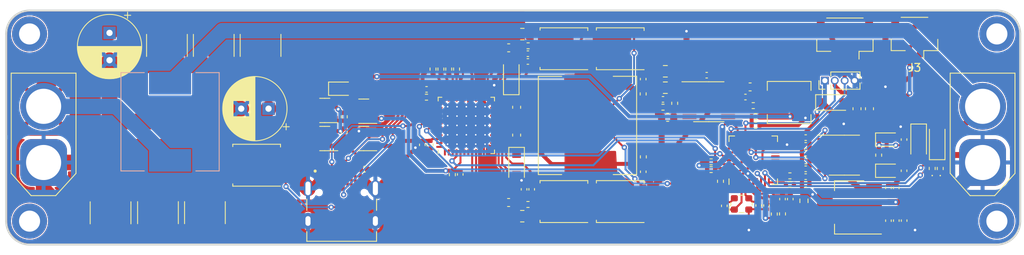
<source format=kicad_pcb>
(kicad_pcb (version 20211014) (generator pcbnew)
  (layers (0 "F.Cu" signal "Front") (31 "B.Cu" signal "Back") (34 "B.Paste" user) (35 "F.Paste" user) (36 "B.SilkS" user "B.Silkscreen") (37 "F.SilkS" user "F.Silkscreen") (38 "B.Mask" user) (39 "F.Mask" user) (44 "Edge.Cuts" user))
  (net 0 "")
  (net 1 "GND")
  (net 2 "+3V3")
  (net 3 "+24V")
  (net 4 "SWDIO")
  (net 5 "SWCLK")
  (net 6 "+5V")
  (net 7 "CANFD_L")
  (net 8 "CANFD_H")
  (net 9 "5V_CMP")
  (net 10 "Net-(C11-Pad1)")
  (net 11 "Net-(C18-Pad1)")
  (net 12 "5V_FB")
  (net 13 "CANFD_RX")
  (net 14 "CANFD_TX")
  (net 15 "NRST")
  (net 16 "MCU_OSC_IN")
  (net 17 "MCU_OSC_OUT")
  (net 18 "NTC")
  (net 19 "USB_VBUS_S")
  (net 20 "Net-(C31-Pad1)")
  (net 21 "+BATT")
  (net 22 "USB_VBUS_D")
  (net 23 "Net-(C33-Pad2)")
  (net 24 "VCC5V")
  (net 25 "VCCIO")
  (net 26 "Net-(C3-Pad1)")
  (net 27 "HLED")
  (net 28 "BAT_MODE")
  (net 29 "Net-(C36-Pad1)")
  (net 30 "BST1C")
  (net 31 "BST2C")
  (net 32 "Net-(D8-Pad1)")
  (net 33 "USB_CC1")
  (net 34 "USB_DP")
  (net 35 "USB_DN")
  (net 36 "Net-(D9-Pad1)")
  (net 37 "USB_CC2")
  (net 38 "Net-(D10-Pad1)")
  (net 39 "Net-(Q1-Pad4)")
  (net 40 "Net-(Q2-Pad1)")
  (net 41 "HG1")
  (net 42 "HG2")
  (net 43 "Net-(Q6-Pad1)")
  (net 44 "LG1")
  (net 45 "LG2")
  (net 46 "Net-(R2-Pad2)")
  (net 47 "Net-(R8-Pad1)")
  (net 48 "CH_SDA")
  (net 49 "CH_SCL")
  (net 50 "Net-(R12-Pad1)")
  (net 51 "Net-(R13-Pad1)")
  (net 52 "Net-(R14-Pad1)")
  (net 53 "Net-(R15-Pad1)")
  (net 54 "Net-(R17-Pad1)")
  (net 55 "Net-(R16-Pad1)")
  (net 56 "LED_RED")
  (net 57 "LED_GREEN")
  (net 61 "CH_INT")
  (net 69 "VREF-")
  (net 70 "VREF+")
  (net 91 "BST1")
  (net 92 "BST2")
  (net 93 "Net-(C53-Pad1)")
  (net 94 "Net-(C52-Pad1)")
  (net 95 "Net-(C37-Pad1)")
  (net 96 "Net-(C18-Pad2)")
  (net 97 "Net-(C15-Pad1)")
  (footprint "Resistor_SMD:R_0402_1005Metric" (layer "F.Cu") (at 129.89 148.66 180)
    (fp_text reference "R20" hide)
    (fp_text value "10r" hide)
  )
  (footprint "Capacitor_SMD:C_0402_1005Metric" (layer "F.Cu") (at 176.1 150.74 -90)
    (fp_text reference "C8" hide)
    (fp_text value "10uf 50V" hide)
  )
  (footprint "Resistor_SMD:R_0402_1005Metric" (layer "F.Cu") (at 153.37 143.19)
    (fp_text reference "R11" hide)
    (fp_text value "4.7k" hide)
  )
  (footprint "Diode_SMD:D_SOD-123F" (layer "F.Cu") (at 128.43 143.54 -90)
    (fp_text reference "D7" hide)
    (fp_text value "SMF30A" hide)
  )
  (footprint "Resistor_SMD:R_0402_1005Metric" (layer "F.Cu") (at 117.72 131.31 90)
    (fp_text reference "R15" hide)
    (fp_text value "27k" hide)
  )
  (footprint "Diode_SMD:D_SOD-123F" (layer "F.Cu") (at 127.75 132.39 90)
    (fp_text reference "D6" hide)
    (fp_text value "SMF30A" hide)
  )
  (footprint "Capacitor_SMD:C_0402_1005Metric" (layer "F.Cu") (at 144.67 144.47 -90)
    (fp_text reference "C52" hide)
    (fp_text value "1.5nF 50v" hide)
  )
  (footprint "Package_TO_SOT_SMD:TDSON-8-1" (layer "F.Cu") (at 141.72 128.7 180)
    (fp_text reference "Q9" hide)
    (fp_text value "NTMFS5C670NLT1G" hide)
  )
  (footprint "Resistor_SMD:R_0402_1005Metric" (layer "F.Cu") (at 129.91 128.32 180)
    (fp_text reference "R18" hide)
    (fp_text value "10r" hide)
  )
  (footprint "Resistor_SMD:R_0402_1005Metric" (layer "F.Cu") (at 106.34 139.42 90)
    (fp_text reference "R25" hide)
    (fp_text value "10k" hide)
  )
  (footprint "Inductor_SMD:L_12x12mm_H6mm" (layer "F.Cu") (at 137.52 138.53 -90)
    (fp_text reference "L5" hide)
    (fp_text value "MWSA1206S-5R6MT" hide)
  )
  (footprint "Capacitor_SMD:C_0603_1608Metric" (layer "F.Cu") (at 128.44 139.77 90)
    (fp_text reference "C5" hide)
    (fp_text value "100nF, 10%, 100V" hide)
  )
  (footprint "Resistor_SMD:R_0402_1005Metric" (layer "F.Cu") (at 159.07 137.39 180)
    (fp_text reference "R6" hide)
    (fp_text value "10.2k" hide)
  )
  (footprint "Connector_JST:JST_GH_SM02B-GHS-TB_1x02-1MP_P1.25mm_Horizontal" (layer "F.Cu") (at 179.44 127.23 180)
    (fp_text reference "J3")
    (fp_text value "CAN FD")
  )
  (footprint "Capacitor_SMD:C_0402_1005Metric" (layer "F.Cu") (at 177.1 146.54 90)
    (fp_text reference "C2" hide)
    (fp_text value "10uf 50V" hide)
  )
  (footprint "Capacitor_SMD:C_0603_1608Metric" (layer "F.Cu") (at 158.37 133.59 180)
    (fp_text reference "C3" hide)
    (fp_text value "1.5nf 50V" hide)
  )
  (footprint "Capacitor_SMD:C_0603_1608Metric" (layer "F.Cu") (at 147.8 137.49 180)
    (fp_text reference "C15" hide)
    (fp_text value "8.2nf 50V" hide)
  )
  (footprint "Capacitor_SMD:C_0402_1005Metric" (layer "F.Cu") (at 116.35 141.02 -90)
    (fp_text reference "C50" hide)
    (fp_text value "100nF, 10%, 50V" hide)
  )
  (footprint "Capacitor_SMD:C_0603_1608Metric" (layer "F.Cu") (at 127.41 148.41)
    (fp_text reference "C33" hide)
    (fp_text value "1uf 50V" hide)
  )
  (footprint "Capacitor_SMD:C_0402_1005Metric" (layer "F.Cu") (at 155.06 148.84 -90)
    (fp_text reference "C23" hide)
    (fp_text value "20pF, 10%, 10V" hide)
  )
  (footprint "Capacitor_SMD:C_0805_2012Metric" (layer "F.Cu") (at 147.5 131.59 180)
    (fp_text reference "C7" hide)
    (fp_text value "4.7uF 50V" hide)
  )
  (footprint "Capacitor_SMD:C_0402_1005Metric" (layer "F.Cu") (at 163.52 147.97 90)
    (fp_text reference "C44" hide)
    (fp_text value "10uF, 10%, 10V" hide)
  )
  (footprint "Resistor_SMD:R_0402_1005Metric" (layer "F.Cu") (at 116.88 134.91 180)
    (fp_text reference "R9" hide)
    (fp_text value "10k, 3380k" hide)
  )
  (footprint "Capacitor_SMD:C_0201_0603Metric" (layer "F.Cu") (at 122.74 133 90)
    (fp_text reference "C34" hide)
    (fp_text value "2.2uf 50v" hide)
  )
  (footprint "Package_TO_SOT_SMD:TDSON-8-1" (layer "F.Cu") (at 95.11 143.63 180)
    (fp_text reference "Q1" hide)
    (fp_text value "BSC0702LS" hide)
  )
  (footprint "Capacitor_SMD:C_2220_5650Metric" (layer "F.Cu") (at 76.3825 149.73 -90)
    (fp_text reference "C48" hide)
    (fp_text value "22uF,50V" hide)
  )
  (footprint "Resistor_SMD:R_0402_1005Metric" (layer "F.Cu") (at 153.37 144.19)
    (fp_text reference "R10" hide)
    (fp_text value "4.7k" hide)
  )
  (footprint "Capacitor_SMD:C_0402_1005Metric" (layer "F.Cu") (at 152.8 132.09 180)
    (fp_text reference "C18" hide)
    (fp_text value "100nF, 10%, 10V" hide)
  )
  (footprint "Capacitor_SMD:C_2220_5650Metric" (layer "F.Cu") (at 89.61 128.27 -90)
    (fp_text reference "C54" hide)
    (fp_text value "22uF,50V" hide)
  )
  (footprint "Resistor_SMD:R_0402_1005Metric" (layer "F.Cu") (at 118.726666 131.31 90)
    (fp_text reference "R14" hide)
    (fp_text value "10k" hide)
  )
  (footprint "Oscillator:Oscillator_SMD_ECS_2520MV-xxx-xx-4Pin_2.5x2.0mm" (layer "F.Cu") (at 157.27 148.59 90)
    (fp_text reference "Y1" hide)
    (fp_text value "8M" hide)
  )
  (footprint "Package_TO_SOT_SMD:TDSON-8-1" (layer "F.Cu") (at 141.72 148.29 180)
    (fp_text reference "Q8" hide)
    (fp_text value "NTMFS5C670NLT1G" hide)
  )
  (footprint "Capacitor_SMD:C_0402_1005Metric" (layer "F.Cu") (at 157.77 134.89 180)
    (fp_text reference "C1" hide)
    (fp_text value "10pf 50V" hide)
  )
  (footprint "Capacitor_SMD:C_0402_1005Metric" (layer "F.Cu") (at 160.47 148.79 -90)
    (fp_text reference "C20" hide)
    (fp_text value "100nF, 10%, 10V" hide)
  )
  (footprint "Capacitor_SMD:C_0402_1005Metric" (layer "F.Cu") (at 165.49 140.09 180)
    (fp_text reference "C41" hide)
    (fp_text value "100nF, 10%, 10V" hide)
  )
  (footprint "Capacitor_SMD:C_0402_1005Metric" (layer "F.Cu") (at 165.49 141.09 180)
    (fp_text reference "C38" hide)
    (fp_text value "10uF, 10%, 10V" hide)
  )
  (footprint "MountingHole:MountingHole_2.7mm_M2.5_ISO7380_Pad_TopBottom" (layer "F.Cu") (at 66 126.8)
    (fp_text reference "Mount1" hide)
    (fp_text value "MountingHole_2.7mm_M2.5_ISO7380_Pad_TopBottom" hide)
  )
  (footprint "Resistor_SMD:R_0402_1005Metric" (layer "F.Cu") (at 119.733332 131.31 90)
    (fp_text reference "R13" hide)
    (fp_text value "6.2k" hide)
  )
  (footprint "Resistor_SMD:R_0402_1005Metric" (layer "F.Cu") (at 182.74 144.0475 -90)
    (fp_text reference "R26" hide)
    (fp_text value "330r" hide)
  )
  (footprint "Resistor_SMD:R_0402_1005Metric" (layer "F.Cu") (at 163.47 144.99)
    (fp_text reference "R17" hide)
    (fp_text value "0" hide)
  )
  (footprint "Resistor_SMD:R_0402_1005Metric" (layer "F.Cu") (at 161.47 149.89 90)
    (fp_text reference "R5" hide)
    (fp_text value "10k, 5%" hide)
  )
  (footprint "Capacitor_SMD:C_0402_1005Metric" (layer "F.Cu") (at 177.11 150.73 -90)
    (fp_text reference "C11" hide)
    (fp_text value "100nF, 10%, 50V" hide)
  )
  (footprint "Diode_SMD:D_SOD-123F" (layer "F.Cu") (at 168.97 135.59)
    (fp_text reference "D5" hide)
    (fp_text value "BZT52C5V1S" hide)
  )
  (footprint "Resistor_SMD:R_0402_1005Metric" (layer "F.Cu") (at 120.74 131.31 90)
    (fp_text reference "R12" hide)
    (fp_text value "27k" hide)
  )
  (footprint "Connector_JST:JST_GH_SM03B-GHS-TB_1x03-1MP_P1.25mm_Horizontal" (layer "F.Cu") (at 170.52 127.32 180)
    (fp_text reference "J5" hide)
    (fp_text value "SWD_DBG_Mounting")
  )
  (footprint "Rolling_Custom:HRO_TYPE-C-31-M-12" (layer "F.Cu") (at 106.01 150.78)
    (fp_text reference "J8" hide)
    (fp_text value "TYPE-C-31-M-12" hide)
  )
  (footprint "Package_SO:SOIC-8_3.9x4.9mm_P1.27mm" (layer "F.Cu") (at 170.45 142.34)
    (fp_text reference "U1" hide)
    (fp_text value "TJA1042T" hide)
  )
  (footprint "Resistor_SMD:R_0402_1005Metric" (layer "F.Cu") (at 162.52 149.87 90)
    (fp_text reference "R24" hide)
    (fp_text value "0" hide)
  )
  (footprint "Rolling_Custom:QFN-36-1EP_6x6mm_P0.5mm" (layer "F.Cu") (at 158.77 142.99 90)
    (fp_text reference "U5" hide)
    (fp_text value "GD32C103TBUx" hide)
  )
  (footprint "Capacitor_SMD:C_0402_1005Metric" (layer "F.Cu") (at 165.49 146.09)
    (fp_text reference "C29" hide)
    (fp_text value "100nF, 10%, 10V" hide)
  )
  (footprint "Resistor_SMD:R_0402_1005Metric" (layer "F.Cu") (at 181.71 144.045 -90)
    (fp_text reference "R27" hide)
    (fp_text value "330r" hide)
  )
  (footprint "Capacitor_SMD:C_0402_1005Metric" (layer "F.Cu") (at 165.49 144.09)
    (fp_text reference "C25" hide)
    (fp_text value "4.7uF, 10%, 10V" hide)
  )
  (footprint "Capacitor_SMD:C_0402_1005Metric" (layer "F.Cu") (at 108.94 144.14)
    (fp_text reference "C30" hide)
    (fp_text value "10uf 50V" hide)
  )
  (footprint "Resistor_SMD:R_0402_1005Metric" (layer "F.Cu") (at 144.66 134.49 90)
    (fp_text reference "R30" hide)
    (fp_text value "2r" hide)
  )
  (footprint "Package_TO_SOT_SMD:TDSON-8-1" (layer "F.Cu") (at 134.5 148.29 180)
    (fp_text reference "Q4" hide)
    (fp_text value "NTMFS5C670NLT1G" hide)
  )
  (footprint "Package_TO_SOT_SMD:SOT-223-3_TabPin2" (layer "F.Cu") (at 171.1 149.04 180)
    (fp_text reference "U2" hide)
    (fp_text value "AMS1117-3.3" hide)
  )
  (footprint "Resistor_SMD:R_0402_1005Metric" (layer "F.Cu") (at 174.85 142.34 -90)
    (fp_text reference "R4" hide)
    (fp_text value "120R" hide)
  )
  (footprint "Resistor_SMD:R_0402_1005Metric" (layer "F.Cu") (at 147.2 136.19 180)
    (fp_text reference "R3" hide)
    (fp_text value "20.5" hide)
  )
  (footprint "Resistor_SMD:R_0402_1005Metric" (layer "F.Cu") (at 159.07 138.49)
    (fp_text reference "R7" hide)
    (fp_text value "1.96k" hide)
  )
  (footprint "Capacitor_SMD:C_0402_1005Metric" (layer "F.Cu") (at 129.88 130.33 180)
    (fp_text reference "C37" hide)
    (fp_text value "100nF, 10%, 50V" hide)
  )
  (footprint "Capacitor_SMD:C_0402_1005Metric" (layer "F.Cu") (at 144.66 132.59 90)
    (fp_text reference "C53" hide)
    (fp_text value "1.5nF 50v" hide)
  )
  (footprint "Capacitor_SMD:C_0603_1608Metric" (layer "F.Cu") (at 127.42 128.58 180)
    (fp_text reference "C31" hide)
    (fp_text value "1uf 50V" hide)
  )
  (footprint "Capacitor_SMD:C_0402_1005Metric" (layer "F.Cu") (at 116.89 133.91 180)
    (fp_text reference "C28" hide)
    (fp_text value "100nF, 10%, 50V" hide)
  )
  (footprint "Capacitor_SMD:C_2220_5650Metric" (layer "F.Cu") (at 83.61 128.27 -90)
    (fp_text reference "C55" hide)
    (fp_text value "22uF,50V" hide)
  )
  (footprint "Connector_AMASS:AMASS_XT60-F_1x02_P7.20mm_Vertical" (layer "F.Cu") (at 188.17 143.28 90)
    (fp_text reference "J2" hide)
    (fp_text value "PowerOutput" hide)
  )
  (footprint "MountingHole:MountingHole_2.7mm_M2.5_ISO7380_Pad_TopBottom" (layer "F.Cu") (at 190 150.8)
    (fp_text reference "Mount1" hide)
    (fp_text value "MountingHole_2.7mm_M2.5_ISO7380_Pad_TopBottom" hide)
  )
  (footprint "Capacitor_SMD:C_0402_1005Metric" (layer "F.Cu") (at 165.49 143.09)
    (fp_text reference "C24" hide)
    (fp_text value "100nF, 10%, 10V" hide)
  )
  (footprint "Capacitor_SMD:C_0402_1005Metric" (layer "F.Cu") (at 165.49 145.09)
    (fp_text reference "C27" hide)
    (fp_text value "1uF, 10%, 10V" hide)
  )
  (footprint "Diode_SMD:D_0402_1005Metric" (layer "F.Cu") (at 182.74 146.0475 -90)
    (fp_text reference "D9" hide)
    (fp_text value "16-213/SDRC/S530-A3/TR8" hide)
  )
  (footprint "Package_TO_SOT_SMD:SOT-23" (layer "F.Cu") (at 103.84 140.21 180)
    (fp_text reference "Q6" hide)
    (fp_text value "2301" hide)
  )
  (footprint "Capacitor_SMD:C_0402_1005Metric" (layer "F.Cu") (at 129.39 146.72 90)
    (fp_text reference "C39" hide)
    (fp_text value "100nF, 10%, 50V" hide)
  )
  (footprint "Resistor_SMD:R_0402_1005Metric" (layer "F.Cu") (at 158.77 135.99)
    (fp_text reference "R1" hide)
    (fp_text value "64.9k" hide)
  )
  (footprint "Capacitor_SMD:C_0402_1005Metric" (layer "F.Cu") (at 178.11 150.73 -90)
    (fp_text reference "C13" hide)
    (fp_text value "22uF, 10%, 6.3V" hide)
  )
  (footprint "Capacitor_SMD:C_0603_1608Metric" (layer "F.Cu") (at 172.07 136.39 90)
    (fp_text reference "C19" hide)
    (fp_text value "47uf 50V" hide)
  )
  (footprint "Connector_PinHeader_1.27mm:PinHeader_1x04_P1.27mm_Vertical" (layer "F.Cu") (at 167.95 132.78 90)
    (fp_text reference "J4" hide)
    (fp_text value "SWD_DBG" hide)
  )
  (footprint "Capacitor_SMD:C_0402_1005Metric" (layer "F.Cu") (at 178.1 140.34 -90)
    (fp_text reference "C17" hide)
    (fp_text value "100pF, 10%, 10V" hide)
  )
  (footprint "MountingHole:MountingHole_2.7mm_M2.5_ISO7380_Pad_TopBottom" (layer "F.Cu") (at 66 150.8)
    (fp_text reference "Mount1" hide)
    (fp_text value "MountingHole_2.7mm_M2.5_ISO7380_Pad_TopBottom" hide)
  )
  (footprint "Capacitor_SMD:C_0402_1005Metric" (layer "F.Cu") (at 165.49 142.09)
    (fp_text reference "C22" hide)
    (fp_text value "100nF, 10%, 10V" hide)
  )
  (footprint "Diode_SMD:D_SOD-123" (layer "F.Cu") (at 182.35 140.67 90)
    (fp_text reference "D1" hide)
    (fp_text value "SMF30CA" hide)
  )
  (footprint "Capacitor_SMD:C_0402_1005Metric" (layer "F.Cu") (at 159.47 148.79 90)
    (fp_text reference "C26" hide)
    (fp_text value "20pF, 10%, 10V" hide)
  )
  (footprint "Resistor_SMD:R_0402_1005Metric" (layer "F.Cu") (at 106.34 137.42 90)
    (fp_text reference "R22" hide)
    (fp_text value "10k" hide)
  )
  (footprint "Capacitor_THT:CP_Radial_D8.0mm_P3.50mm" (layer "F.Cu") (at 76.25 126.667349 -90)
    (fp_text reference "C49" hide)
    (fp_text value "220uf" hide)
  )
  (footprint "Inductor_SMD:L_Sunlord_MWSA0518_5.4x5.2mm" (layer "F.Cu") (at 163.37 135.59 180)
    (fp_text reference "L2" hide)
    (fp_text value "15uh, SLO0530H150MTT" hide)
  )
  (footprint "Diode_SMD:D_SOD-323" (layer "F.Cu") (at 175.95 140.34)
    (fp_text reference "D4" hide)
    (fp_text value "12V" hide)
  )
  (footprint "Resistor_SMD:R_0402_1005Metric" (layer "F.Cu") (at 120.2 144.84 90)
    (fp_text reference "R23" hide)
    (fp_text value "1M" hide)
  )
  (footprint "Capacitor_SMD:C_0201_0603Metric" (layer "F.Cu") (at 121.24 133 90)
    (fp_text reference "C35" hide)
    (fp_text value "2.2uf 50v" hide)
  )
  (footprint "Package_DFN_QFN:QFN-48-1EP_7x7mm_P0.5mm_EP5.3x5.3mm_ThermalVias" (layer "F.Cu") (at 121.99 138.53 90)
    (fp_text reference "U4" hide)
    (fp_text value "IP2368" hide)
  )
  (footprint "MountingHole:MountingHole_2.7mm_M2.5_ISO7380_Pad_TopBottom" (layer "F.Cu") (at 190 126.8)
    (fp_text reference "Mount1" hide)
    (fp_text value "MountingHole_2.7mm_M2.5_ISO7380_Pad_TopBottom" hide)
  )
  (footprint "Resistor_SMD:R_0402_1005Metric" (layer "F.Cu") (at 148.7 135.69 -90)
    (fp_text reference "R2" hide)
    (fp_text value "169k" hide)
  )
  (footprint "Resistor_SMD:R_0402_1005Metric" (layer "F.Cu") (at 154.57 145.69 -90)
    (fp_text reference "R8" hide)
    (fp_text value "10k, 5%" hide)
  )
  (footprint "Capacitor_THT:CP_Radial_D8.0mm_P3.50mm" (layer "F.Cu") (at 96.632651 136.38 180)
    (fp_text reference "C43" hide)
    (fp_text value "220uf" hide)
  )
  (footprint "Connector_AMASS:AMASS_XT60-M_1x02_P7.20mm_Vertical" (layer "F.Cu") (at 67.8 143.28 90)
    (fp_text reference "J1" hide)
    (fp_text value "BatteryPort")
  )
  (footprint "Capacitor_SMD:C_0402_1005Metric" (layer "F.Cu") (at 121.21 144.81 -90)
    (fp_text reference "C42" hide)
    (fp_text value "100nF, 10%, 50V" hide)
  )
  (footprint "Capacitor_SMD:C_0201_0603Metric" (layer "F.Cu") (at 108.23 133.82)
    (fp_text reference "C32" hide)
    (fp_text value "2.2uf 50v" hide)
  )
  (footprint "Diode_SMD:D_SOD-323" (layer "F.Cu") (at 105.83 133.82)
    (fp_text reference "D8" hide)
    (fp_text value "1SS355" hide)
  )
  (footprint "Package_TO_SOT_SMD:TDSON-8-1" (layer "F.Cu") (at 134.5 128.7 180)
    (fp_text reference "Q5" hide)
    (fp_text value "NTMFS5C670NLT1G" hide)
  )
  (footprint "Capacitor_SMD:C_0603_1608Metric" (layer "F.Cu") (at 128.44 136.2 -90)
    (fp_text reference "C6" hide)
    (fp_text value "100nF, 10%, 100V" hide)
  )
  (footprint "Resistor_SMD:R_0805_2012Metric" (layer "F.Cu") (at 129.17 126.82)
    (fp_text reference "R19" hide)
    (fp_text value "0.005r" hide)
  )
  (footprint "Capacitor_SMD:C_2220_5650Metric" (layer "F.Cu") (at 88.48 149.71 -90)
    (fp_text reference "C45" hide)
    (fp_text value "22uF,50V" hide)
  )
  (footprint "Capacitor_SMD:C_0402_1005Metric" (layer "F.Cu") (at 176.1 146.54 90)
    (fp_text reference "C4" hide)
    (fp_text value "100nF, 10%, 50V" hide)
  )
  (footprint "Capacitor_SMD:C_0402_1005Metric" (layer "F.Cu") (at 162.52 147.97 90)
    (fp_text reference "C46" hide)
    (fp_text value "100nF, 10%, 10V" hide)
  )
  (footprint "Diode_SMD:D_SOD-323" (layer "F.Cu") (at 175.95 144.34)
    (fp_text reference "D3" hide)
    (fp_text value "12V" hide)
  )
  (footprint "Resistor_SMD:R_0402_1005Metric" (layer "F.Cu") (at 144.68 142.56 -90)
    (fp_text reference "R29" hide)
    (fp_text value "2r" hide)
  )
  (footprint "Capacitor_SMD:C_2220_5650Metric" (layer "F.Cu") (at 95.61 128.27 -90)
    (fp_text reference "C51" hide)
    (fp_text value "22uF,50V" hide)
  )
  (footprint "Capacitor_SMD:C_2220_5650Metric" (layer "F.Cu") (at 82.46 149.71 -90)
    (fp_text reference "C47" hide)
    (fp_text value "22uF,50V" hide)
  )
  (footprint "Capacitor_SMD:C_0402_1005Metric" (layer "F.Cu") (at 147.2 135.19 180)
    (fp_text reference "C14" hide)
    (fp_text value "10uf 50V" hide)
  )
  (footprint "Capacitor_SMD:C_0402_1005Metric" (layer "F.Cu") (at 178.1 144.34 90)
    (fp_text reference "C16" hide)
    (fp_text value "100pF, 10%, 10V" hide)
  )
  (footprint "Package_TO_SOT_SMD:SOT-23" (layer "F.Cu") (at 108.84 136.71 180)
    (fp_text reference "Q3" hide)
    (fp_text value "2N7002" hide)
  )
  (footprint "Capacitor_SMD:C_0805_2012Metric" (layer "F.Cu") (at 147.5 133.69 180)
    (fp_text reference "C10" hide)
    (fp_text value "4.7uF 50V" hide)
  )
  (footprint "Resistor_SMD:R_0402_1005Metric" (layer "F.Cu") (at 163.47 146.09)
    (fp_text reference "R16" hide)
    (fp_text value "0" hide)
  )
  (footprint "Resistor_SMD:R_0603_1608Metric" (layer "F.Cu") (at 165.27 148.19 -90)
    (fp_text reference "L4" hide)
    (fp_text value "FCM1608KF-100T07" hide)
  )
  (footprint "Diode_SMD:D_SOD-123F" (layer "F.Cu") (at 179.97 140.55 -90)
    (fp_text reference "D2" hide)
    (fp_text value "BZT52C24" hide)
  )
  (footprint "Inductor_SMD:L_0402_1005Metric" (layer "F.Cu") (at 176.1 148.84 90)
    (fp_text reference "L1" hide)
    (fp_text value "LQW15AN1N3D10D" hide)
  )
  (footprint "Capacitor_SMD:C_0402_1005Metric" (layer "F.Cu") (at 130.37 146.72 90)
    (fp_text reference "C36" hide)
    (fp_text value "100nF, 10%, 50V" hide)
  )
  (footprint "Resistor_SMD:R_0402_1005Metric" (layer "F.Cu") (at 117.35 141.02 90)
    (fp_text reference "R28" hide)
    (fp_text value "1M" hide)
  )
  (footprint "Capacitor_SMD:C_0603_1608Metric" (layer "F.Cu") (at 173.67 136.39 90)
    (fp_text reference "C21" hide)
    (fp_text value "47uf 50V" hide)
  )
  (footprint "Package_SO:SOIC-8_3.9x4.9mm_P1.27mm" (layer "F.Cu") (at 153.07 135.49)
    (fp_text reference "U3" hide)
    (fp_text value "TPS54231" hide)
  )
  (footprint "Capacitor_SMD:C_0402_1005Metric" (layer "F.Cu") (at 129.88 129.33 180)
    (fp_text reference "C40" hide)
    (fp_text value "100nF, 10%, 50V" hide)
  )
  (footprint "Diode_SMD:D_0402_1005Metric" (layer "F.Cu") (at 181.71 146.045 -90)
    (fp_text reference "D10" hide)
    (fp_text value "16-213/GHC-YR1S1/3T" hide)
  )
  (footprint "Package_TO_SOT_SMD:SOT-23" (layer "F.Cu") (at 103.84 136.61 180)
    (fp_text reference "Q2" hide)
    (fp_text value "2301" hide)
  )
  (footprint "Package_TO_SOT_SMD:SOT-23" (layer "F.Cu") (at 108.84 140.21 180)
    (fp_text reference "Q7" hide)
    (fp_text value "2N7002" hide)
  )
  (footprint "Resistor_SMD:R_0805_2012Metric" (layer "F.Cu") (at 129.16 150.16)
    (fp_text reference "R21" hide)
    (fp_text value "0.005r" hide)
  )
  (footprint "Inductor_SMD:L_12x12mm_H6mm" (layer "B.Cu") (at 84.01 138.06 90)
    (fp_text reference "L3" hide)
    (fp_text value "MWSA1206S-5R6MT" hide)
  )
  (gr_line (start 190 123.8) (end 66 123.8) (layer "Edge.Cuts") (width 0.25))
  (gr_arc (start 66 153.8) (mid 63.87868 152.92132) (end 63 150.8) (layer "Edge.Cuts") (width 0.25))
  (gr_line (start 193 150.8) (end 193 126.8) (layer "Edge.Cuts") (width 0.25))
  (gr_arc (start 193 150.8) (mid 192.12132 152.92132) (end 190 153.8) (layer "Edge.Cuts") (width 0.25))
  (gr_line (start 66 153.8) (end 190 153.8) (layer "Edge.Cuts") (width 0.25))
  (gr_arc (start 190 123.8) (mid 192.12132 124.67868) (end 193 126.8) (layer "Edge.Cuts") (width 0.25))
  (gr_arc (start 63 126.8) (mid 63.87868 124.67868) (end 66 123.8) (layer "Edge.Cuts") (width 0.25))
  (gr_line (start 63 126.8) (end 63 150.8) (layer "Edge.Cuts") (width 0.25))
  (segment (start 127.75 130.99) (end 128.74 130.99) (width 0.508) (layer "F.Cu") (net 1))
  (segment (start 129.065 145.575) (end 128.43 144.94) (width 0.508) (layer "F.Cu") (net 1))
  (segment (start 156.416919 144.99) (end 155.9325 144.99) (width 0.254) (layer "F.Cu") (net 1))
  (segment (start 155.85 148.36) (end 156.345 147.865) (width 0.254) (layer "F.Cu") (net 1))
  (segment (start 115.4 141.53) (end 110.33 146.6) (width 0.508) (layer "F.Cu") (net 1))
  (segment (start 100.1 145.01) (end 101.69 146.6) (width 2) (layer "F.Cu") (net 1))
  (segment (start 67.8 143.28) (end 72.18 143.28) (width 2) (layer "F.Cu") (net 1))
  (segment (start 116.35 141.5) (end 115.58 141.5) (width 0.508) (layer "F.Cu") (net 1))
  (segment (start 85.05 138.03) (end 86.7 136.38) (width 2) (layer "F.Cu") (net 1))
  (segment (start 158.195 149.315) (end 158.195 151.905) (width 0.254) (layer "F.Cu") (net 1))
  (segment (start 145.552511 145.832511) (end 145.552511 146.777489) (width 0.762) (layer "F.Cu") (net 1))
  (segment (start 145.565 130.605) (end 146.55 131.59) (width 0.508) (layer "F.Cu") (net 1))
  (segment (start 76.25 139.21) (end 76.25 130.167349) (width 2) (layer "F.Cu") (net 1))
  (segment (start 153.992511 146.777489) (end 145.552511 146.777489) (width 0.508) (layer "F.Cu") (net 1))
  (segment (start 187.21 142.32) (end 188.17 143.28) (width 0.762) (layer "F.Cu") (net 1))
  (segment (start 108.55 134.5325) (end 109.7775 135.76) (width 0.508) (layer "F.Cu") (net 1))
  (segment (start 147.025 145.305) (end 145.552511 146.777489) (width 0.762) (layer "F.Cu") (net 1))
  (segment (start 109.26 145.685) (end 109.26 144.3) (width 0.508) (layer "F.Cu") (net 1))
  (segment (start 144.67 144.95) (end 145.552511 145.832511) (width 0.762) (layer "F.Cu") (net 1))
  (segment (start 121.24 132.68) (end 121.55 132.37) (width 0.254) (layer "F.Cu") (net 1))
  (segment (start 122.74 132.68) (end 122.650048 132.68) (width 0.254) (layer "F.Cu") (net 1))
  (segment (start 129.73 146.24) (end 129.065 145.575) (width 0.508) (layer "F.Cu") (net 1))
  (segment (start 177.67 139.43) (end 178.1 139.86) (width 0.508) (layer "F.Cu") (net 1))
  (segment (start 125.56 133.37) (end 125.56 132.674122) (width 0.508) (layer "F.Cu") (net 1))
  (segment (start 159.95 143.53) (end 159.44 144.04) (width 0.254) (layer "F.Cu") (net 1))
  (segment (start 125.56 132.674122) (end 127.244122 130.99) (width 0.508) (layer "F.Cu") (net 1))
  (segment (start 107.533978 135.76) (end 105.67 133.896022) (width 0.508) (layer "F.Cu") (net 1))
  (segment (start 160.96 151.94) (end 158.21 151.94) (width 0.254) (layer "F.Cu") (net 1))
  (segment (start 122.74 131.99) (end 121.55 130.8) (width 0.254) (layer "F.Cu") (net 1))
  (segment (start 144.62 128.065) (end 144.62 130.605) (width 0.508) (layer "F.Cu") (net 1))
  (segment (start 116.35 141.5) (end 117.32 141.5) (width 0.508) (layer "F.Cu") (net 1))
  (segment (start 109.26 145.685) (end 109.415 145.685) (width 0.508) (layer "F.Cu") (net 1))
  (segment (start 122.24 133.090048) (end 122.24 135.08) (width 0.254) (layer "F.Cu") (net 1))
  (segment (start 170.37 135.59) (end 173.645 135.59) (width 0.762) (layer "F.Cu") (net 1))
  (segment (start 122.24 135.88) (end 121.99 136.13) (width 0.254) (layer "F.Cu") (net 1))
  (segment (start 178.1 144.82) (end 178.23 144.82) (width 0.508) (layer "F.Cu") (net 1))
  (segment (start 109.7775 135.76) (end 107.533978 135.76) (width 0.508) (layer "F.Cu") (net 1))
  (segment (start 105.1 130.82) (end 95.61 130.82) (width 0.508) (layer "F.Cu") (net 1))
  (segment (start 67.8 143.28) (end 67.8 146.77) (width 2) (layer "F.Cu") (net 1))
  (segment (start 178.11 151.21) (end 178.73 151.21) (width 0.508) (layer "F.Cu") (net 1))
  (segment (start 176.1 146.06) (end 176.86 146.06) (width 0.508) (layer "F.Cu") (net 1))
  (segment (start 165.97 140.09) (end 165.97 146.09) (width 0.508) (layer "F.Cu") (net 1))
  (segment (start 162.52 150.38) (end 160.96 151.94) (width 0.254) (layer "F.Cu") (net 1))
  (segment (start 95.61 130.82) (end 100.1 135.31) (width 2) (layer "F.Cu") (net 1))
  (segment (start 124.24 141.98) (end 124.24 141.08) (width 0.254) (layer "F.Cu") (net 1))
  (segment (start 165.97 140.09) (end 167.73 138.33) (width 0.508) (layer "F.Cu") (net 1))
  (segment (start 115.58 141.5) (end 115.46 141.38) (width 0.508) (layer "F.Cu") (net 1))
  (segment (start 157.595 133.59) (end 157.595 134.585) (width 0.508) (layer "F.Cu") (net 1))
  (segment (start 177.48 144.82) (end 177 144.34) (width 0.508) (layer "F.Cu") (net 1))
  (segment (start 146.55 133.69) (end 146.55 137.015) (width 0.762) (layer "F.Cu") (net 1))
  (segment (start 178.73 151.21) (end 179.47 151.95) (width 0.508) (layer "F.Cu") (net 1))
  (segment (start 166.355 141.705) (end 165.97 142.09) (width 0.508) (layer "F.Cu") (net 1))
  (segment (start 161.6075 140.99) (end 163.1 140.99) (width 0.254) (layer "F.Cu") (net 1))
  (segment (start 145.552511 146.777489) (end 145.552511 147.142511) (width 0.762) (layer "F.Cu") (net 1))
  (segment (start 108.55 133.82) (end 108.55 134.5325) (width 0.508) (layer "F.Cu") (net 1))
  (segment (start 155.545 134.855) (end 155.089732 134.855) (width 0.508) (layer "F.Cu") (net 1))
  (segment (start 180.34 142.32) (end 179.97 141.95) (width 0.762) (layer "F.Cu") (net 1))
  (segment (start 177.48 139.86) (end 178.1 139.86) (width 0.508) (layer "F.Cu") (net 1))
  (segment (start 155.06 146.69) (end 154.57 146.2) (width 0.254) (layer "F.Cu") (net 1))
  (segment (start 122.74 132.68) (end 122.74 131.99) (width 0.254) (layer "F.Cu") (net 1))
  (segment (start 117.690945 130.8) (end 120.74 130.8) (width 0.508) (layer "F.Cu") (net 1))
  (segment (start 144.66 132.11) (end 146.03 132.11) (width 0.508) (layer "F.Cu") (net 1))
  (segment (start 169.27 127.82) (end 167.42 125.97) (width 0.508) (layer "F.Cu") (net 1))
  (segment (start 157.27 140.1525) (end 157.27 144.136919) (width 0.254) (layer "F.Cu") (net 1))
  (segment (start 95.61 130.82) (end 76.902651 130.82) (width 2) (layer "F.Cu") (net 1))
  (segment (start 155.089732 134.855) (end 147.025 142.919732) (width 0.508) (layer "F.Cu") (net 1))
  (segment (start 72.18 143.28) (end 76.25 139.21) (width 2) (layer "F.Cu") (net 1))
  (segment (start 179.97 141.643874) (end 178.186126 139.86) (width 0.508) (layer "F.Cu") (net 1))
  (segment (start 155.78 144.99) (end 154.57 146.2) (width 0.254) (layer "F.Cu") (net 1))
  (segment (start 175.715 133.57) (end 175.715 125.88) (width 0.762) (layer "F.Cu") (net 1))
  (segment (start 127.244122 130.99) (end 127.75 130.99) (width 0.508) (layer "F.Cu") (net 1))
  (segment (start 160.11 141.69) (end 159.95 141.85) (width 0.254) (layer "F.Cu") (net 1))
  (segment (start 155.06 148.36) (end 155.06 146.69) (width 0.254) (layer "F.Cu") (net 1))
  (segment (start 146.03 132.11) (end 146.55 131.59) (width 0.508) (layer "F.Cu") (net 1))
  (segment (start 102.76 145.685) (end 102.605 145.685) (width 0.508) (layer "F.Cu") (net 1))
  (segment (start 105.67 133.896022) (end 105.67 131.39) (width 0.508) (layer "F.Cu") (net 1))
  (segment (start 147.025 137.49) (end 147.025 142.955) (width 0.762) (layer "F.Cu") (net 1))
  (segment (start 160.47 149.27) (end 158.24 149.27) (width 0.254) (layer "F.Cu") (net 1))
  (segment (start 155.545 134.855) (end 157.255 134.855) (width 0.508) (layer "F.Cu") (net 1))
  (segment (start 146.55 133.69) (end 146.55 131.59) (width 0.762) (layer "F.Cu") (net 1))
  (segment (start 77.43 138.03) (end 76.25 139.21) (width 2) (layer "F.Cu") (net 1))
  (segment (start 164.54 138.49) (end 165.46 137.57) (width 0.508) (layer "F.Cu") (net 1))
  (segment (start 182.35 142.32) (end 180.34 142.32) (width 0.762) (layer "F.Cu") (net 1))
  (segment (start 173.67 135.615) (end 175.715 133.57) (width 0.762) (layer "F.Cu") (net 1))
  (segment (start 177.67 138.69) (end 177.67 139.43) (width 0.508) (layer "F.Cu") (net 1))
  (segment (start 145.552511 147.142511) (end 145.040022 147.655) (width 0.762) (layer "F.Cu") (net 1))
  (segment (start 159.58 138.49) (end 164.54 138.49) (width 0.508) (layer "F.Cu") (net 1))
  (segment (start 145.040022 147.655) (end 144.62 147.655) (width 0.762) (layer "F.Cu") (net 1))
  (segment (start 109.26 144.3) (end 109.42 144.14) (width 0.508) (layer "F.Cu") (net 1))
  (segment (start 73.31 152.28) (end 76.3825 152.28) (width 2) (layer "F.Cu") (net 1))
  (segment (start 178.1 144.82) (end 177.48 144.82) (width 0.508) (layer "F.Cu") (net 1))
  (segment (start 155.06 148.36) (end 155.85 148.36) (width 0.254) (layer "F.Cu") (net 1))
  (segment (start 161.6075 140.99) (end 160.81 140.99) (width 0.254) (layer "F.Cu") (net 1))
  (segment (start 179.97 143.08) (end 179.97 141.95) (width 0.508) (layer "F.Cu") (net 1))
  (segment (start 146.55 137.015) (end 147.025 137.49) (width 0.762) (layer "F.Cu") (net 1))
  (segment (start 159.95 141.85) (end 159.95 143.53) (width 0.254) (layer "F.Cu") (net 1))
  (segment (start 122.24 135.08) (end 122.24 135.88) (width 0.254) (layer "F.Cu") (net 1))
  (segment (start 121.55 132.37) (end 121.55 130.8) (width 0.254) (layer "F.Cu") (net 1))
  (segment (start 160.81 140.99) (end 160.11 141.69) (width 0.254) (layer "F.Cu") (net 1))
  (segment (start 154.57 146.2) (end 153.992511 146.777489) (width 0.508) (layer "F.Cu") (net 1))
  (segment (start 179.97 141.643874) (end 179.97 141.95) (width 0.508) (layer "F.Cu") (net 1))
  (segment (start 178.23 144.82) (end 179.97 143.08) (width 0.508) (layer "F.Cu") (net 1))
  (segment (start 144.62 130.605) (end 145.565 130.605) (width 0.508) (layer "F.Cu") (net 1))
  (segment (start 67.8 146.77) (end 73.31 152.28) (width 2) (layer "F.Cu") (net 1))
  (segment (start 157.27 144.136919) (end 156.416919 144.99) (width 0.254) (layer "F.Cu") (net 1))
  (segment (start 169.27 129.17) (end 169.27 127.82) (width 0.508) (layer "F.Cu") (net 1))
  (segment (start 85.05 138.03) (end 77.43 138.03) (width 2) (layer "F.Cu") (net 1))
  (segment (start 120.74 130.8) (end 121.55 130.8) (width 0.508) (layer "F.Cu") (net 1))
  (segment (start 159.44 144.04) (end 157.27 144.04) (width 0.254) (layer "F.Cu") (net 1))
  (segment (start 130.37 146.24) (end 129.73 146.24) (width 0.508) (layer "F.Cu") (net 1))
  (segment (start 177 140.34) (end 177.48 139.86) (width 0.508) (layer "F.Cu") (net 1))
  (segment (start 129.4 129.33) (end 129.4 130.33) (width 0.508) (layer "F.Cu") (net 1))
  (segment (start 100.1 135.31) (end 100.1 145.01) (width 2) (layer "F.Cu") (net 1))
  (segment (start 86.7 136.38) (end 93.132651 136.38) (width 2) (layer "F.Cu") (net 1))
  (segment (start 124.24 141.08) (end 124.39 140.93) (width 0.254) (layer "F.Cu") (net 1))
  (segment (start 105.67 131.39) (end 105.1 130.82) (width 0.508) (layer "F.Cu") (net 1))
  (segment (start 147.025 142.955) (end 147.025 145.305) (width 0.762) (layer "F.Cu") (net 1))
  (segment (start 128.74 130.99) (end 129.4 130.33) (width 0.508) (layer "F.Cu") (net 1))
  (segment (start 147.025 142.919732) (end 147.025 142.955) (width 0.508) (layer "F.Cu") (net 1))
  (segment (start 157.595 134.585) (end 157.29 134.89) (width 0.508) (layer "F.Cu") (net 1))
  (segment (start 121.21 145.29) (end 111.64 145.29) (width 0.508) (layer "F.Cu") (net 1))
  (segment (start 122.650048 132.68) (end 122.24 133.090048) (width 0.254) (layer "F.Cu") (net 1))
  (segment (start 76.3825 152.28) (end 88.46 152.28) (width 2) (layer "F.Cu") (net 1))
  (segment (start 178.11 151.21) (end 174.38 151.21) (width 0.508) (layer "F.Cu") (net 1))
  (segment (start 102.605 145.685) (end 101.69 146.6) (width 0.508) (layer "F.Cu") (net 1))
  (segment (start 167.975 141.705) (end 166.355 141.705) (width 0.508) (layer "F.Cu") (net 1))
  (segment (start 155.9325 144.99) (end 155.78 144.99) (width 0.254) (layer "F.Cu") (net 1))
  (segment (start 173.645 135.59) (end 173.67 135.615) (width 0.762) (layer "F.Cu") (net 1))
  (segment (start 76.902651 130.82) (end 76.25 130.167349) (width 2) (layer "F.Cu") (net 1))
  (segment (start 144.62 147.655) (end 144.62 150.195) (width 0.762) (layer "F.Cu") (net 1))
  (segment (start 116.37 132.120945) (end 117.690945 130.8) (width 0.508) (layer "F.Cu") (net 1))
  (segment (start 117.35 141.53) (end 115.4 141.53) (width 0.508) (layer "F.Cu") (net 1))
  (segment (start 109.415 145.685) (end 110.33 146.6) (width 0.508) (layer "F.Cu") (net 1))
  (segment (start 178.1 139.86) (end 178.186126 139.86) (width 0.508) (layer "F.Cu") (net 1))
  (segment (start 88.46 152.28) (end 88.48 152.26) (width 2) (layer "F.Cu") (net 1))
  (segment (start 116.37 134.91) (end 116.37 132.120945) (width 0.508) (layer "F.Cu") (net 1))
  (segment (start 182.35 142.32) (end 187.21 142.32) (width 0.762) (layer "F.Cu") (net 1))
  (segment (start 176.86 146.06) (end 178.1 144.82) (width 0.508) (layer "F.Cu") (net 1))
  (segment (start 111.64 145.29) (end 110.33 146.6) (width 0.508) (layer "F.Cu") (net 1))
  (segment (start 167.73 138.33) (end 170.37 138.33) (width 0.508) (layer "F.Cu") (net 1))
  (segment (start 181.915 125.88) (end 167.46 125.88) (width 0.508) (layer "F.Cu") (net 1))
  (segment (start 109.7775 139.26) (end 108.22 139.26) (width 0.508) (layer "F.Cu") (net 1))
  (via (at 163.1 140.99) (size 0.6858) (drill 0.3302) (layers "F.Cu" "B.Cu") (net 1))
  (via (at 125.56 133.37) (size 0.6858) (drill 0.3302) (layers "F.Cu" "B.Cu") (net 1))
  (via (at 115.46 141.38) (size 0.6858) (drill 0.3302) (layers "F.Cu" "B.Cu") (net 1))
  (via (at 108.22 139.26) (size 0.6858) (drill 0.3302) (layers "F.Cu" "B.Cu") (net 1))
  (via (at 170.37 138.33) (size 0.6858) (drill 0.3302) (layers "F.Cu" "B.Cu") (net 1))
  (via (at 179.51 151.94) (size 0.6858) (drill 0.3302) (layers "F.Cu" "B.Cu") (net 1))
  (via (at 129.065 145.575) (size 0.6858) (drill 0.3302) (layers "F.Cu" "B.Cu") (net 1))
  (via (at 177.67 138.69) (size 0.6858) (drill 0.3302) (layers "F.Cu" "B.Cu") (net 1))
  (via (at 165.46 137.57) (size 0.6858) (drill 0.3302) (layers "F.Cu" "B.Cu") (net 1))
  (via (at 175.715 133.57) (size 0.6858) (drill 0.3302) (layers "F.Cu" "B.Cu") (net 1))
  (via (at 158.21 151.94) (size 0.6858) (drill 0.3302) (layers "F.Cu" "B.Cu") (net 1))
  (segment (start 102.37 146.6) (end 101.69 146.6) (width 0.508) (layer "B.Cu") (net 1))
  (segment (start 127.72 146.92) (end 129.065 145.575) (width 0.508) (layer "B.Cu") (net 1))
  (segment (start 165.46 132.7) (end 166.35 131.81) (width 0.508) (layer "B.Cu") (net 1))
  (segment (start 171.76 132.78) (end 177.67 138.69) (width 0.508) (layer "B.Cu") (net 1))
  (segment (start 170.79 131.81) (end 171.76 132.78) (width 0.508) (layer "B.Cu") (net 1))
  (segment (start 167.67 138.33) (end 170.37 138.33) (width 0.254) (layer "B.Cu") (net 1))
  (segment (start 105.83 143.14) (end 102.37 146.6) (width 0.508) (layer "B.Cu") (net 1))
  (segment (start 132.93 146.92) (end 114.21 146.92) (width 2) (layer "B.Cu") (net 1))
  (segment (start 115.246589 141.166589) (end 115.246589 137.883411) (width 0.508) (layer "B.Cu") (net 1))
  (segment (start 115.46 141.38) (end 115.246589 141.166589) (width 0.508) (layer "B.Cu") (net 1))
  (segment (start 165.46 137.57) (end 165.46 132.7) (width 0.508) (layer "B.Cu") (net 1))
  (segment (start 179.51 151.94) (end 188.17 143.28) (width 2) (layer "B.Cu") (net 1))
  (segment (start 110.33 150.78) (end 114.19 146.92) (width 2) (layer "B.Cu") (net 1))
  (segment (start 171.76 136.94) (end 171.76 132.78) (width 0.508) (layer "B.Cu") (net 1))
  (segment (start 166.26 139.74) (end 167.67 138.33) (width 0.254) (layer "B.Cu") (net 1))
  (segment (start 108.22 139.26) (end 105.83 141.65) (width 0.508) (layer "B.Cu") (net 1))
  (segment (start 175.715 133.57) (end 172.55 133.57) (width 0.762) (layer "B.Cu") (net 1))
  (segment (start 114.19 146.92) (end 114.21 146.92) (width 2) (layer "B.Cu") (net 1))
  (segment (start 75.3 150.78) (end 67.8 143.28) (width 2) (layer "B.Cu") (net 1))
  (segment (start 115.8 137.33) (end 119.59 137.33) (width 0.508) (layer "B.Cu") (net 1))
  (segment (start 172.55 133.57) (end 171.76 132.78) (width 0.762) (layer "B.Cu") (net 1))
  (segment (start 125.56 133.37) (end 125.56 134.96) (width 0.508) (layer "B.Cu") (net 1))
  (segment (start 166.35 131.81) (end 170.79 131.81) (width 0.508) (layer "B.Cu") (net 1))
  (segment (start 126.91 146.92) (end 127.72 146.92) (width 0.508) (layer "B.Cu") (net 1))
  (segment (start 158.21 151.94) (end 158.25 151.94) (width 2) (layer "B.Cu") (net 1))
  (segment (start 115.246589 137.883411) (end 115.8 137.33) (width 0.508) (layer "B.Cu") (net 1))
  (segment (start 170.37 138.33) (end 171.76 136.94) (width 0.508) (layer "B.Cu") (net 1))
  (segment (start 158.21 151.94) (end 137.95 151.94) (width 2) (layer "B.Cu") (net 1))
  (segment (start 137.95 151.94) (end 132.93 146.92) (width 2) (layer "B.Cu") (net 1))
  (segment (start 101.69 150.78) (end 75.3 150.78) (width 2) (layer "B.Cu") (net 1))
  (segment (start 114.21 146.92) (end 110.65 146.92) (width 2) (layer "B.Cu") (net 1))
  (segment (start 125.56 134.96) (end 124.39 136.13) (width 0.508) (layer "B.Cu") (net 1))
  (segment (start 164.35 139.74) (end 166.26 139.74) (width 0.254) (layer "B.Cu") (net 1))
  (segment (start 105.83 141.65) (end 105.83 143.14) (width 0.508) (layer "B.Cu") (net 1))
  (segment (start 110.65 146.92) (end 110.33 146.6) (width 2) (layer "B.Cu") (net 1))
  (segment (start 101.69 150.78) (end 110.33 150.78) (width 2) (layer "B.Cu") (net 1))
  (segment (start 158.25 151.94) (end 179.51 151.94) (width 2) (layer "B.Cu") (net 1))
  (segment (start 163.1 140.99) (end 164.35 139.74) (width 0.254) (layer "B.Cu") (net 1))
  (segment (start 156.77 140.1525) (end 156.77 138.951546) (width 0.254) (layer "F.Cu") (net 2))
  (segment (start 165.01 140.58) (end 165.01 140.09) (width 0.508) (layer "F.Cu") (net 2))
  (segment (start 156.77 145.8275) (end 156.77 145.343081) (width 0.254) (layer "F.Cu") (net 2))
  (segment (start 177.025 148.355) (end 180.005 148.355) (width 0.762) (layer "F.Cu") (net 2))
  (segment (start 181.71 146.65) (end 181.71 146.53) (width 0.762) (layer "F.Cu") (net 2))
  (segment (start 161.47 150.4) (end 160.34 150.4) (width 0.254) (layer "F.Cu") (net 2))
  (segment (start 157.416749 144.696332) (end 158.093668 144.696332) (width 0.254) (layer "F.Cu") (net 2))
  (segment (start 156.179543 138.361089) (end 155.158911 138.361089) (width 0.254) (layer "F.Cu") (net 2))
  (segment (start 181.71 146.53) (end 182.7375 146.53) (width 0.762) (layer "F.Cu") (net 2))
  (segment (start 155.158911 138.361089) (end 154.81 138.71) (width 0.254) (layer "F.Cu") (net 2))
  (segment (start 165.275 147.37) (end 165.27 147.365) (width 0.762) (layer "F.Cu") (net 2))
  (segment (start 160.77 140.1525) (end 164.5825 140.1525) (width 0.254) (layer "F.Cu") (net 2))
  (segment (start 152.33 143.19) (end 151.85 143.67) (width 0.508) (layer "F.Cu") (net 2))
  (segment (start 152.86 143.19) (end 152.33 143.19) (width 0.508) (layer "F.Cu") (net 2))
  (segment (start 156.77 145.343081) (end 157.416749 144.696332) (width 0.254) (layer "F.Cu") (net 2))
  (segment (start 166.96 136.79) (end 166.96 137.91) (width 0.508) (layer "F.Cu") (net 2))
  (segment (start 182.7375 146.53) (end 182.74 146.5325) (width 0.762) (layer "F.Cu") (net 2))
  (segment (start 180.005 148.355) (end 181.71 146.65) (width 0.762) (layer "F.Cu") (net 2))
  (segment (start 165.01 146.09) (end 165.01 147.105) (width 0.508) (layer "F.Cu") (net 2))
  (segment (start 165.01 139.86) (end 165.01 140.09) (width 0.508) (layer "F.Cu") (net 2))
  (segment (start 165.01 146.09) (end 165.01 140.58) (width 0.508) (layer "F.Cu") (net 2))
  (segment (start 166.38 147.37) (end 165.275 147.37) (width 0.762) (layer "F.Cu") (net 2))
  (segment (start 165.01 147.105) (end 165.27 147.365) (width 0.508) (layer "F.Cu") (net 2))
  (segment (start 176.1 148.355) (end 177.025 148.355) (width 0.762) (layer "F.Cu") (net 2))
  (segment (start 152.86 143.19) (end 152.86 144.19) (width 0.508) (layer "F.Cu") (net 2))
  (segment (start 156.77 138.951546) (end 156.179543 138.361089) (width 0.254) (layer "F.Cu") (net 2))
  (segment (start 164.5825 140.1525) (end 165.01 140.58) (width 0.254) (layer "F.Cu") (net 2))
  (segment (start 166.96 137.91) (end 165.01 139.86) (width 0.508) (layer "F.Cu") (net 2))
  (via (at 177.025 148.355) (size 0.6858) (drill 0.3302) (layers "F.Cu" "B.Cu") (net 2))
  (via (at 166.96 136.79) (size 0.6858) (drill 0.3302) (layers "F.Cu" "B.Cu") (net 2))
  (via (at 160.34 150.4) (size 0.6858) (drill 0.3302) (layers "F.Cu" "B.Cu") (net 2))
  (via (at 166.38 147.37) (size 0.6858) (drill 0.3302) (layers "F.Cu" "B.Cu") (net 2))
  (via (at 151.85 143.67) (size 0.6858) (drill 0.3302) (layers "F.Cu" "B.Cu") (net 2))
  (via (at 154.81 138.71) (size 0.6858) (drill 0.3302) (layers "F.Cu" "B.Cu") (net 2))
  (via (at 158.093668 144.696332) (size 0.6858) (drill 0.3302) (layers "F.Cu" "B.Cu") (net 2))
  (segment (start 160.34 150.4) (end 160.338787 150.398787) (width 0.762) (layer "B.Cu") (net 2))
  (segment (start 154.81 138.71) (end 154.81 141.277336) (width 0.762) (layer "B.Cu") (net 2))
  (segment (start 163.41 146.941451) (end 160.338787 146.941451) (width 0.762) (layer "B.Cu") (net 2))
  (segment (start 167.95 132.78) (end 167.95 135.8) (width 0.508) (layer "B.Cu") (net 2))
  (segment (start 177.025 148.355) (end 167.365 148.355) (width 0.762) (layer "B.Cu") (net 2))
  (segment (start 160.338787 150.398787) (end 160.338787 146.941451) (width 0.762) (layer "B.Cu") (net 2))
  (segment (start 154.81 141.277336) (end 155.648668 142.116004) (width 0.762) (layer "B.Cu") (net 2))
  (segment (start 158.093668 144.696332) (end 155.648668 142.251332) (width 0.762) (layer "B.Cu") (net 2))
  (segment (start 155.648668 142.116004) (end 155.648668 142.251332) (width 0.762) (layer "B.Cu") (net 2))
  (segment (start 166.38 147.37) (end 165.951451 146.941451) (width 0.762) (layer "B.Cu") (net 2))
  (segment (start 155.648668 142.251332) (end 154.23 143.67) (width 0.762) (layer "B.Cu") (net 2))
  (segment (start 165.951451 146.941451) (end 163.41 146.941451) (width 0.762) (layer "B.Cu") (net 2))
  (segment (start 160.338787 146.941451) (end 158.093668 144.696332) (width 0.762) (layer "B.Cu") (net 2))
  (segment (start 154.23 143.67) (end 151.85 143.67) (width 0.762) (layer "B.Cu") (net 2))
  (segment (start 167.95 135.8) (end 166.96 136.79) (width 0.508) (layer "B.Cu") (net 2))
  (segment (start 167.365 148.355) (end 166.38 147.37) (width 0.762) (layer "B.Cu") (net 2))
  (segment (start 149.425 134.855) (end 148.45 133.88) (width 0.508) (layer "F.Cu") (net 3))
  (segment (start 148.45 133.88) (end 148.45 133.69) (width 0.508) (layer "F.Cu") (net 3))
  (segment (start 179.97 139.15) (end 185.1 139.15) (width 0.762) (layer "F.Cu") (net 3))
  (segment (start 185.1 139.15) (end 188.17 136.08) (width 0.762) (layer "F.Cu") (net 3))
  (segment (start 149.425 134.855) (end 149.1 135.18) (width 0.508) (layer "F.Cu") (net 3))
  (segment (start 147.68 135.19) (end 148.69 135.19) (width 0.762) (layer "F.Cu") (net 3))
  (segment (start 148.45 131.59) (end 150.21 129.83) (width 0.762) (layer "F.Cu") (net 3))
  (segment (start 148.45 133.69) (end 148.45 131.59) (width 0.762) (layer "F.Cu") (net 3))
  (segment (start 150.595 134.855) (end 149.425 134.855) (width 0.508) (layer "F.Cu") (net 3))
  (segment (start 148.69 135.19) (end 148.7 135.18) (width 0.762) (layer "F.Cu") (net 3))
  (segment (start 150.21 129.83) (end 150.21 126.45) (width 0.762) (layer "F.Cu") (net 3))
  (segment (start 149.1 135.18) (end 148.7 135.18) (width 0.508) (layer "F.Cu") (net 3))
  (via (at 150.21 126.45) (size 0.6858) (drill 0.3302) (layers "F.Cu" "B.Cu") (net 3))
  (segment (start 178.48 126.39) (end 188.17 136.08) (width 2) (layer "B.Cu") (net 3))
  (segment (start 90.73 126.39) (end 178.48 126.39) (width 2) (layer "B.Cu") (net 3))
  (segment (start 84.01 133.11) (end 90.73 126.39) (width 2) (layer "B.Cu") (net 3))
  (segment (start 171.77 129.17) (end 171.77 130.91) (width 0.508) (layer "F.Cu") (net 4))
  (segment (start 157.77 140.1525) (end 157.77 138.284674) (width 0.254) (layer "F.Cu") (net 4))
  (segment (start 173.16 132.3) (end 173.16 133.27) (width 0.508) (layer "F.Cu") (net 4))
  (segment (start 173.16 133.27) (end 172.11 134.32) (width 0.508) (layer "F.Cu") (net 4))
  (segment (start 170.11 134.32) (end 169.22 133.43) (width 0.508) (layer "F.Cu") (net 4))
  (segment (start 169.22 133.43) (end 169.22 132.78) (width 0.508) (layer "F.Cu") (net 4))
  (segment (start 172.11 134.32) (end 170.11 134.32) (width 0.508) (layer "F.Cu") (net 4))
  (segment (start 157.77 138.284674) (end 157.825357 138.229317) (width 0.254) (layer "F.Cu") (net 4))
  (segment (start 171.77 130.91) (end 173.16 132.3) (width 0.508) (layer "F.Cu") (net 4))
  (via (at 157.825357 138.229317) (size 0.6858) (drill 0.3302) (layers "F.Cu" "B.Cu") (net 4))
  (segment (start 166.353454 138.24) (end 169.22 135.373454) (width 0.254) (layer "B.Cu") (net 4))
  (segment (start 157.83604 138.24) (end 166.353454 138.24) (width 0.254) (layer "B.Cu") (net 4))
  (segment (start 157.825357 138.229317) (end 157.83604 138.24) (width 0.254) (layer "B.Cu") (net 4))
  (segment (start 169.22 135.373454) (end 169.22 132.78) (width 0.254) (layer "B.Cu") (net 4))
  (segment (start 170.49 132.78) (end 170.49 129.3) (width 0.508) (layer "F.Cu") (net 5))
  (segment (start 155.9325 140.99) (end 155.9325 138.9575) (width 0.254) (layer "F.Cu") (net 5))
  (via (at 155.9325 138.9575) (size 0.6858) (drill 0.3302) (layers "F.Cu" "B.Cu") (net 5))
  (segment (start 166.17409 138.9575) (end 170.49 134.64159) (width 0.254) (layer "B.Cu") (net 5))
  (segment (start 170.49 134.64159) (end 170.49 132.78) (width 0.254) (layer "B.Cu") (net 5))
  (segment (start 155.9325 138.9575) (end 166.17409 138.9575) (width 0.254) (layer "B.Cu") (net 5))
  (segment (start 173.67 137.165) (end 169.145 137.165) (width 0.762) (layer "F.Cu") (net 6))
  (segment (start 170.67 144.922) (end 170.67 141.24) (width 0.762) (layer "F.Cu") (net 6))
  (segment (start 172.488 146.74) (end 170.67 144.922) (width 0.762) (layer "F.Cu") (net 6))
  (segment (start 169.145 137.165) (end 167.57 135.59) (width 0.762) (layer "F.Cu") (net 6))
  (segment (start 167.975 142.975) (end 168.935 142.975) (width 0.508) (layer "F.Cu") (net 6))
  (segment (start 163.62 137.39) (end 163.48 137.39) (width 0.762) (layer "F.Cu") (net 6))
  (segment (start 106.88 133.82) (end 107.91 133.82) (width 0.508) (layer "F.Cu") (net 6))
  (segment (start 177.1 147.02) (end 174.53 147.02) (width 0.508) (layer "F.Cu") (net 6))
  (segment (start 107.91 133.82) (end 107.91 133.03) (width 0.508) (layer "F.Cu") (net 6))
  (segment (start 168.935 142.975) (end 170.67 141.24) (width 0.508) (layer "F.Cu") (net 6))
  (segment (start 165.42 135.59) (end 163.62 137.39) (width 0.762) (layer "F.Cu") (net 6))
  (segment (start 170.67 140.165) (end 173.67 137.165) (width 0.762) (layer "F.Cu") (net 6))
  (segment (start 167.57 135.59) (end 165.42 135.59) (width 0.762) (layer "F.Cu") (net 6))
  (segment (start 174.53 147.02) (end 174.25 146.74) (width 0.508) (layer "F.Cu") (net 6))
  (segment (start 163.48 137.39) (end 159.58 137.39) (width 0.762) (layer "F.Cu") (net 6))
  (segment (start 170.67 141.24) (end 170.67 140.165) (width 0.762) (layer "F.Cu") (net 6))
  (segment (start 107.91 133.03) (end 108.67 132.27) (width 0.508) (layer "F.Cu") (net 6))
  (segment (start 174.25 146.74) (end 172.488 146.74) (width 0.762) (layer "F.Cu") (net 6))
  (segment (start 108.67 132.27) (end 110.52 132.27) (width 0.508) (layer "F.Cu") (net 6))
  (via (at 110.52 132.27) (size 0.6858) (drill 0.3302) (layers "F.Cu" "B.Cu") (net 6))
  (via (at 163.48 137.39) (size 0.6858) (drill 0.3302) (layers "F.Cu" "B.Cu") (net 6))
  (segment (start 110.52 132.27) (end 137.766941 132.27) (width 0.508) (layer "B.Cu") (net 6))
  (segment (start 142.886941 137.39) (end 163.48 137.39) (width 0.508) (layer "B.Cu") (net 6))
  (segment (start 137.766941 132.27) (end 142.886941 137.39) (width 0.508) (layer "B.Cu") (net 6))
  (segment (start 176.4 143.75) (end 175.81 144.34) (width 0.254) (layer "F.Cu") (net 7))
  (segment (start 172.925 142.975) (end 174.725 142.975) (width 0.508) (layer "F.Cu") (net 7))
  (segment (start 174.85 142.85) (end 175.02 142.85) (width 0.508) (layer "F.Cu") (net 7))
  (segment (start 175.81 144.34) (end 174.9 144.34) (width 0.254) (layer "F.Cu") (net 7))
  (segment (start 175.87 142) (end 175.87 137.325) (width 0.508) (layer "F.Cu") (net 7))
  (segment (start 175.02 142.85) (end 175.87 142) (width 0.508) (layer "F.Cu") (net 7))
  (segment (start 177.85 143.61) (end 176.54 143.61) (width 0.254) (layer "F.Cu") (net 7))
  (segment (start 176.4 143.75) (end 175.5 142.85) (width 0.254) (layer "F.Cu") (net 7))
  (segment (start 178.1 143.86) (end 177.85 143.61) (width 0.254) (layer "F.Cu") (net 7))
  (segment (start 175.87 137.325) (end 178.815 134.38) (width 0.508) (layer "F.Cu") (net 7))
  (segment (start 174.725 142.975) (end 174.85 142.85) (width 0.508) (layer "F.Cu") (net 7))
  (segment (start 178.815 131.125) (end 178.815 129.08) (width 0.508) (layer "F.Cu") (net 7))
  (segment (start 176.54 143.61) (end 176.4 143.75) (width 0.254) (layer "F.Cu") (net 7))
  (segment (start 175.5 142.85) (end 174.85 142.85) (width 0.254) (layer "F.Cu") (net 7))
  (via (at 178.815 134.38) (size 0.6858) (drill 0.3302) (layers "F.Cu" "B.Cu") (net 7))
  (via (at 178.815 131.125) (size 0.6858) (drill 0.3302) (layers "F.Cu" "B.Cu") (net 7))
  (segment (start 178.815 131.125) (end 178.815 134.38) (width 0.508) (layer "B.Cu") (net 7))
  (segment (start 174.9 140.34) (end 174.9 136.18) (width 0.508) (layer "F.Cu") (net 8))
  (segment (start 178.1 140.82) (end 177.85 141.07) (width 0.254) (layer "F.Cu") (net 8))
  (segment (start 174.9 141.08) (end 174.9 140.34) (width 0.508) (layer "F.Cu") (net 8))
  (segment (start 177.85 141.07) (end 177.04 141.07) (width 0.254) (layer "F.Cu") (net 8))
  (segment (start 174.9 141.39) (end 174.9 141.08) (width 0.508) (layer "F.Cu") (net 8))
  (segment (start 180.065 131.015) (end 180.065 129.08) (width 0.508) (layer "F.Cu") (net 8))
  (segment (start 172.925 141.705) (end 174.585 141.705) (width 0.508) (layer "F.Cu") (net 8))
  (segment (start 174.585 141.705) (end 174.9 141.39) (width 0.508) (layer "F.Cu") (net 8))
  (segment (start 174.9 136.18) (end 180.065 131.015) (width 0.508) (layer "F.Cu") (net 8))
  (via (at 177.04 141.07) (size 0.6858) (drill 0.3302) (layers "F.Cu" "B.Cu") (net 8))
  (via (at 174.9 141.08) (size 0.6858) (drill 0.3302) (layers "F.Cu" "B.Cu") (net 8))
  (segment (start 174.91 141.07) (end 174.9 141.08) (width 0.254) (layer "B.Cu") (net 8))
  (segment (start 177.04 141.07) (end 174.91 141.07) (width 0.254) (layer "B.Cu") (net 8))
  (segment (start 158.125 136.125) (end 158.26 135.99) (width 0.508) (layer "F.Cu") (net 9))
  (segment (start 158.26 135.99) (end 158.26 134.9) (width 0.508) (layer "F.Cu") (net 9))
  (segment (start 155.545 136.125) (end 158.125 136.125) (width 0.508) (layer "F.Cu") (net 9))
  (segment (start 176.1 150.26) (end 176.1 149.325) (width 0.508) (layer "F.Cu") (net 10))
  (segment (start 174.535 149.325) (end 174.25 149.04) (width 0.508) (layer "F.Cu") (net 10))
  (segment (start 176.1 149.325) (end 174.535 149.325) (width 0.508) (layer "F.Cu") (net 10))
  (segment (start 178.11 150.25) (end 176.11 150.25) (width 0.508) (layer "F.Cu") (net 10))
  (segment (start 174.25 149.04) (end 167.95 149.04) (width 0.762) (layer "F.Cu") (net 10))
  (segment (start 154.775 133.585) (end 153.28 132.09) (width 0.508) (layer "F.Cu") (net 11))
  (segment (start 161.32 135.59) (end 161.32 134.433666) (width 0.508) (layer "F.Cu") (net 11))
  (segment (start 155.545 133.585) (end 154.775 133.585) (width 0.508) (layer "F.Cu") (net 11))
  (segment (start 156.39552 132.73448) (end 155.545 133.585) (width 0.508) (layer "F.Cu") (net 11))
  (segment (start 159.620814 132.73448) (end 156.39552 132.73448) (width 0.508) (layer "F.Cu") (net 11))
  (segment (start 161.32 134.433666) (end 159.620814 132.73448) (width 0.508) (layer "F.Cu") (net 11))
  (segment (start 158.56 137.39) (end 158.56 138.49) (width 0.508) (layer "F.Cu") (net 12))
  (segment (start 155.545 137.395) (end 158.555 137.395) (width 0.508) (layer "F.Cu") (net 12))
  (segment (start 158.555 137.395) (end 158.56 137.39) (width 0.508) (layer "F.Cu") (net 12))
  (segment (start 167.96 145.33) (end 167.975 145.315) (width 0.254) (layer "F.Cu") (net 13))
  (segment (start 159.1 141.726546) (end 158.77 141.396546) (width 0.254) (layer "F.Cu") (net 13))
  (segment (start 167.975 145.315) (end 167.975 144.245) (width 0.254) (layer "F.Cu") (net 13))
  (segment (start 158.77 141.396546) (end 158.77 140.1525) (width 0.254) (layer "F.Cu") (net 13))
  (segment (start 159.1 142.64) (end 159.1 141.726546) (width 0.254) (layer "F.Cu") (net 13))
  (via (at 159.1 142.64) (size 0.6858) (drill 0.3302) (layers "F.Cu" "B.Cu") (net 13))
  (via (at 167.96 145.33) (size 0.6858) (drill 0.3302) (layers "F.Cu" "B.Cu") (net 13))
  (segment (start 165.23 142.64) (end 159.1 142.64) (width 0.254) (layer "B.Cu") (net 13))
  (segment (start 167.96 145.33) (end 167.92 145.33) (width 0.254) (layer "B.Cu") (net 13))
  (segment (start 167.92 145.33) (end 165.23 142.64) (width 0.254) (layer "B.Cu") (net 13))
  (segment (start 158.27 141.74) (end 158.27 140.1525) (width 0.254) (layer "F.Cu") (net 14))
  (segment (start 158.5 141.97) (end 158.27 141.74) (width 0.254) (layer "F.Cu") (net 14))
  (segment (start 167.975 139.155) (end 167.97 139.15) (width 0.254) (layer "F.Cu") (net 14))
  (segment (start 167.975 140.435) (end 167.975 139.155) (width 0.254) (layer "F.Cu") (net 14))
  (via (at 167.97 139.15) (size 0.6858) (drill 0.3302) (layers "F.Cu" "B.Cu") (net 14))
  (via (at 158.5 141.97) (size 0.6858) (drill 0.3302) (layers "F.Cu" "B.Cu") (net 14))
  (segment (start 165.15 141.97) (end 167.97 139.15) (width 0.254) (layer "B.Cu") (net 14))
  (segment (start 158.5 141.97) (end 165.15 141.97) (width 0.254) (layer "B.Cu") (net 14))
  (segment (start 159.75 147.66) (end 161.47 149.38) (width 0.254) (layer "F.Cu") (net 15))
  (segment (start 159.223728 147.66) (end 159.75 147.66) (width 0.254) (layer "F.Cu") (net 15))
  (segment (start 158.27 146.706272) (end 159.223728 147.66) (width 0.254) (layer "F.Cu") (net 15))
  (segment (start 158.27 145.8275) (end 158.27 146.706272) (width 0.254) (layer "F.Cu") (net 15))
  (segment (start 155.065 149.315) (end 155.06 149.32) (width 0.254) (layer "F.Cu") (net 16))
  (segment (start 156.345 149.315) (end 155.065 149.315) (width 0.254) (layer "F.Cu") (net 16))
  (segment (start 157.27 145.8275) (end 157.27 148.39) (width 0.254) (layer "F.Cu") (net 16))
  (segment (start 157.27 148.39) (end 156.345 149.315) (width 0.254) (layer "F.Cu") (net 16))
  (segment (start 159.47 148.31) (end 158.64 148.31) (width 0.254) (layer "F.Cu") (net 17))
  (segment (start 158.195 147.865) (end 157.77 147.44) (width 0.254) (layer "F.Cu") (net 17))
  (segment (start 158.64 148.31) (end 158.195 147.865) (width 0.254) (layer "F.Cu") (net 17))
  (segment (start 157.77 147.44) (end 157.77 145.8275) (width 0.254) (layer "F.Cu") (net 17))
  (segment (start 118.54 135.78) (end 118.26 135.78) (width 0.254) (layer "F.Cu") (net 18))
  (segment (start 118.26 135.78) (end 117.39 134.91) (width 0.254) (layer "F.Cu") (net 18))
  (segment (start 117.39 134.91) (end 117.39 133.93) (width 0.508) (layer "F.Cu") (net 18))
  (segment (start 117.39 133.93) (end 117.37 133.91) (width 0.508) (layer "F.Cu") (net 18))
  (segment (start 122.74 145.583454) (end 122.74 141.98) (width 0.254) (layer "F.Cu") (net 19))
  (segment (start 106.455255 148.405255) (end 119.918199 148.405255) (width 0.254) (layer "F.Cu") (net 19))
  (segment (start 105.386589 148.286589) (end 99.126589 148.286589) (width 0.508) (layer "F.Cu") (net 19))
  (segment (start 98.01 147.17) (end 98.01 145.535) (width 0.508) (layer "F.Cu") (net 19))
  (segment (start 99.126589 148.286589) (end 98.01 147.17) (width 0.508) (layer "F.Cu") (net 19))
  (segment (start 105.4 148.29) (end 106.570511 148.29) (width 0.508) (layer "F.Cu") (net 19))
  (segment (start 108.46 146.400511) (end 108.46 145.685) (width 0.508) (layer "F.Cu") (net 19))
  (segment (start 103.56 145.685) (end 103.56 146.45) (width 0.508) (layer "F.Cu") (net 19))
  (segment (start 108.46 145.685) (end 108.46 144.14) (width 0.254) (layer "F.Cu") (net 19))
  (segment (start 106.570511 148.29) (end 108.46 146.400511) (width 0.508) (layer "F.Cu") (net 19))
  (segment (start 119.918199 148.405255) (end 122.74 145.583454) (width 0.254) (layer "F.Cu") (net 19))
  (segment (start 103.56 146.45) (end 105.4 148.29) (width 0.508) (layer "F.Cu") (net 19))
  (segment (start 98.01 142.995) (end 98.01 145.535) (width 0.762) (layer "F.Cu") (net 19))
  (segment (start 124.74 135.08) (end 124.74 132.392978) (width 0.254) (layer "F.Cu") (net 20))
  (segment (start 127.743511 130.186489) (end 128.195 129.735) (width 0.254) (layer "F.Cu") (net 20))
  (segment (start 128.455 128.32) (end 128.195 128.58) (width 0.508) (layer "F.Cu") (net 20))
  (segment (start 126.946489 130.186489) (end 127.743511 130.186489) (width 0.254) (layer "F.Cu") (net 20))
  (segment (start 124.74 132.392978) (end 126.946489 130.186489) (width 0.254) (layer "F.Cu") (net 20))
  (segment (start 128.195 129.735) (end 128.195 128.58) (width 0.254) (layer "F.Cu") (net 20))
  (segment (start 129.4 128.32) (end 128.455 128.32) (width 0.508) (layer "F.Cu") (net 20))
  (segment (start 123.74 135.08) (end 123.74 130.85) (width 0.254) (layer "F.Cu") (net 21))
  (segment (start 124.24 130.985) (end 126.645 128.58) (width 0.254) (layer "F.Cu") (net 21))
  (segment (start 126.01 128.58) (end 126.645 128.58) (width 0.254) (layer "F.Cu") (net 21))
  (segment (start 77.197349 125.72) (end 76.25 126.667349) (width 2) (layer "F.Cu") (net 21))
  (segment (start 83.61 125.72) (end 127.1575 125.72) (width 2) (layer "F.Cu") (net 21))
  (segment (start 126.645 128.58) (end 126.645 128.4325) (width 0.762) (layer "F.Cu") (net 21))
  (segment (start 126.645 128.4325) (end 128.2575 126.82) (width 0.762) (layer "F.Cu") (net 21))
  (segment (start 67.8 133.63) (end 67.8 136.08) (width 2) (layer "F.Cu") (net 21))
  (segment (start 123.74 130.85) (end 126.01 128.58) (width 0.254) (layer "F.Cu") (net 21))
  (segment (start 74.762651 126.667349) (end 67.8 133.63) (width 2) (layer "F.Cu") (net 21))
  (segment (start 76.25 126.667349) (end 74.762651 126.667349) (width 2) (layer "F.Cu") (net 21))
  (segment (start 127.1575 125.72) (end 128.2575 126.82) (width 2) (layer "F.Cu") (net 21))
  (segment (start 124.24 135.08) (end 124.24 130.985) (width 0.254) (layer "F.Cu") (net 21))
  (segment (start 83.61 125.72) (end 77.197349 125.72) (width 2) (layer "F.Cu") (net 21))
  (segment (start 77.08 136.08) (end 84.01 143.01) (width 2) (layer "B.Cu") (net 21))
  (segment (start 67.8 136.08) (end 77.08 136.08) (width 2) (layer "B.Cu") (net 21))
  (segment (start 124.74 141.98) (end 124.74 143.18) (width 0.254) (layer "F.Cu") (net 22))
  (segment (start 126.635 148.41) (end 125.12 148.41) (width 0.762) (layer "F.Cu") (net 22))
  (segment (start 128.2475 150.0225) (end 126.635 148.41) (width 0.762) (layer "F.Cu") (net 22))
  (segment (start 126.1 147.875) (end 126.635 148.41) (width 0.762) (layer "F.Cu") (net 22))
  (segment (start 93.88 152.56) (end 88.48 147.16) (width 0.762) (layer "F.Cu") (net 22))
  (segment (start 128.2475 150.16) (end 128.2475 150.0225) (width 0.762) (layer "F.Cu") (net 22))
  (segment (start 125.12 148.41) (end 120.97 152.56) (width 0.762) (layer "F.Cu") (net 22))
  (segment (start 123.74 142.86) (end 123.74 141.98) (width 0.254) (layer "F.Cu") (net 22))
  (segment (start 88.48 147.16) (end 76.4025 147.16) (width 2) (layer "F.Cu") (net 22))
  (segment (start 91.732651 141.28) (end 94.06 138.952651) (width 2) (layer "F.Cu") (net 22))
  (segment (start 124.05 143.17) (end 124.73 143.17) (width 0.254) (layer "F.Cu") (net 22))
  (segment (start 124.73 143.17) (end 126.1 144.54) (width 0.762) (layer "F.Cu") (net 22))
  (segment (start 94.06 138.952651) (end 96.632651 136.38) (width 2) (layer "F.Cu") (net 22))
  (segment (start 94.06 143.63) (end 94.06 138.952651) (width 2) (layer "F.Cu") (net 22))
  (segment (start 126.1 144.54) (end 126.1 147.875) (width 0.762) (layer "F.Cu") (net 22))
  (segment (start 125.44 141.28) (end 125.44 142.46) (width 0.254) (layer "F.Cu") (net 22))
  (segment (start 120.97 152.56) (end 93.88 152.56) (width 0.762) (layer "F.Cu") (net 22))
  (segment (start 76.3825 142.7675) (end 76.3825 147.18) (width 2) (layer "F.Cu") (net 22))
  (segment (start 76.4025 147.16) (end 76.3825 147.18) (width 2) (layer "F.Cu") (net 22))
  (segment (start 77.87 141.28) (end 91.732651 141.28) (width 2) (layer "F.Cu") (net 22))
  (segment (start 125.44 142.46) (end 124.73 143.17) (width 0.254) (layer "F.Cu") (net 22))
  (segment (start 124.05 143.17) (end 123.74 142.86) (width 0.254) (layer "F.Cu") (net 22))
  (segment (start 77.87 141.28) (end 76.3825 142.7675) (width 2) (layer "F.Cu") (net 22))
  (segment (start 129.38 148.66) (end 128.435 148.66) (width 0.508) (layer "F.Cu") (net 23))
  (segment (start 126.13 141.123081) (end 126.13 143.64) (width 0.254) (layer "F.Cu") (net 23))
  (segment (start 126.74 144.25) (end 126.74 147.32) (width 0.254) (layer "F.Cu") (net 23))
  (segment (start 125.786919 140.78) (end 126.13 141.123081) (width 0.254) (layer "F.Cu") (net 23))
  (segment (start 128.435 148.66) (end 128.185 148.41) (width 0.508) (layer "F.Cu") (net 23))
  (segment (start 126.13 143.64) (end 126.74 144.25) (width 0.254) (layer "F.Cu") (net 23))
  (segment (start 127.83 148.41) (end 128.185 148.41) (width 0.254) (layer "F.Cu") (net 23))
  (segment (start 125.44 140.78) (end 125.786919 140.78) (width 0.254) (layer "F.Cu") (net 23))
  (segment (start 126.74 147.32) (end 127.83 148.41) (width 0.254) (layer "F.Cu") (net 23))
  (segment (start 122.74 133.32) (end 122.74 135.08) (width 0.254) (layer "F.Cu") (net 24))
  (segment (start 121.24 135.08) (end 121.24 133.32) (width 0.254) (layer "F.Cu") (net 25))
  (segment (start 159.28 133.725) (end 159.145 133.59) (width 0.508) (layer "F.Cu") (net 26))
  (segment (start 159.28 135.99) (end 159.28 133.725) (width 0.508) (layer "F.Cu") (net 26))
  (segment (start 121.24 141.98) (end 121.24 143.29) (width 0.254) (layer "F.Cu") (net 27))
  (segment (start 119.34 144.35) (end 119.36 144.33) (width 0.508) (layer "F.Cu") (net 27))
  (segment (start 121.21 144.33) (end 120.75 144.33) (width 0.508) (layer "F.Cu") (net 27))
  (segment (start 119.36 144.33) (end 120.75 144.33) (width 0.508) (layer "F.Cu") (net 27))
  (segment (start 111.11 137.64) (end 111.09 137.66) (width 0.508) (layer "F.Cu") (net 27))
  (segment (start 111.09 137.66) (end 109.7775 137.66) (width 0.508) (layer "F.Cu") (net 27))
  (segment (start 120.75 144.33) (end 120.2 144.33) (width 0.508) (layer "F.Cu") (net 27))
  (segment (start 121.24 143.29) (end 120.2 144.33) (width 0.254) (layer "F.Cu") (net 27))
  (via (at 111.11 137.64) (size 0.6858) (drill 0.3302) (layers "F.Cu" "B.Cu") (net 27))
  (via (at 119.34 144.35) (size 0.6858) (drill 0.3302) (layers "F.Cu" "B.Cu") (net 27))
  (segment (start 114.57 142.09) (end 114.57 138.914633) (width 0.508) (layer "B.Cu") (net 27))
  (segment (start 114.57 138.914633) (end 114.584198 138.900435) (width 0.508) (layer "B.Cu") (net 27))
  (segment (start 114.584198 138.301139) (end 113.913059 137.63) (width 0.508) (layer "B.Cu") (net 27))
  (segment (start 114.584198 138.900435) (end 114.584198 138.301139) (width 0.508) (layer "B.Cu") (net 27))
  (segment (start 113.913059 137.63) (end 111.12 137.63) (width 0.508) (layer "B.Cu") (net 27))
  (segment (start 116.83 144.35) (end 114.57 142.09) (width 0.508) (layer "B.Cu") (net 27))
  (segment (start 119.34 144.35) (end 116.83 144.35) (width 0.508) (layer "B.Cu") (net 27))
  (segment (start 114.09 140.51) (end 117.35 140.51) (width 0.508) (layer "F.Cu") (net 28))
  (segment (start 117.58 140.28) (end 117.35 140.51) (width 0.254) (layer "F.Cu") (net 28))
  (segment (start 118.54 140.28) (end 117.58 140.28) (width 0.254) (layer "F.Cu") (net 28))
  (segment (start 109.7775 141.16) (end 113.44 141.16) (width 0.508) (layer "F.Cu") (net 28))
  (segment (start 113.44 141.16) (end 114.09 140.51) (width 0.508) (layer "F.Cu") (net 28))
  (segment (start 125.44 140.28) (end 125.89 140.28) (width 0.254) (layer "F.Cu") (net 29))
  (segment (start 133.08 148.66) (end 133.45 148.29) (width 0.508) (layer "F.Cu") (net 29))
  (segment (start 130.0725 150.16) (end 130.49 149.7425) (width 0.508) (layer "F.Cu") (net 29))
  (segment (start 130.49 147.32) (end 130.37 147.2) (width 0.508) (layer "F.Cu") (net 29))
  (segment (start 130.49 149.7425) (end 130.49 147.32) (width 0.508) (layer "F.Cu") (net 29))
  (segment (start 126.59 140.98) (end 126.59 143.49) (width 0.254) (layer "F.Cu") (net 29))
  (segment (start 125.89 140.28) (end 126.59 140.98) (width 0.254) (layer "F.Cu") (net 29))
  (segment (start 128.19 147.2) (end 130.37 147.2) (width 0.254) (layer "F.Cu") (net 29))
  (segment (start 130.4 148.66) (end 133.08 148.66) (width 0.508) (layer "F.Cu") (net 29))
  (segment (start 126.59 143.49) (end 127.22 144.12) (width 0.254) (layer "F.Cu") (net 29))
  (segment (start 127.22 146.23) (end 128.19 147.2) (width 0.254) (layer "F.Cu") (net 29))
  (segment (start 127.22 144.12) (end 127.22 146.23) (width 0.254) (layer "F.Cu") (net 29))
  (segment (start 140.035 148.925) (end 140.67 148.29) (width 0.762) (layer "F.Cu") (net 30))
  (segment (start 138.765 150.195) (end 140.67 148.29) (width 0.762) (layer "F.Cu") (net 30))
  (segment (start 132.925 143.48) (end 128.44 138.995) (width 0.508) (layer "F.Cu") (net 30))
  (segment (start 128.225 138.78) (end 128.44 138.995) (width 0.254) (layer "F.Cu") (net 30))
  (segment (start 137.4 148.925) (end 140.035 148.925) (width 0.762) (layer "F.Cu") (net 30))
  (segment (start 137.4 150.195) (end 138.765 150.195) (width 0.762) (layer "F.Cu") (net 30))
  (segment (start 140.67 148.29) (end 140.67 146.63) (width 0.762) (layer "F.Cu") (net 30))
  (segment (start 137.4 147.655) (end 140.035 147.655) (width 0.762) (layer "F.Cu") (net 30))
  (segment (start 144.650945 142.05) (end 143.240945 143.46) (width 0.508) (layer "F.Cu") (net 30))
  (segment (start 140.035 147.655) (end 140.67 148.29) (width 0.762) (layer "F.Cu") (net 30))
  (segment (start 143.240945 143.46) (end 137.54 143.46) (width 0.508) (layer "F.Cu") (net 30))
  (segment (start 144.68 142.05) (end 144.650945 142.05) (width 0.508) (layer "F.Cu") (net 30))
  (segment (start 140.67 146.63) (end 137.52 143.48) (width 0.762) (layer "F.Cu") (net 30))
  (segment (start 125.44 138.78) (end 128.225 138.78) (width 0.254) (layer "F.Cu") (net 30))
  (segment (start 137.52 143.48) (end 132.925 143.48) (width 0.508) (layer "F.Cu") (net 30))
  (segment (start 144.45134 135) (end 144.66 135) (width 0.762) (layer "F.Cu") (net 31))
  (segment (start 125.44 137.28) (end 128.135 137.28) (width 0.254) (layer "F.Cu") (net 31))
  (segment (start 138.765 130.605) (end 140.67 128.7) (width 0.762) (layer "F.Cu") (net 31))
  (segment (start 143.03134 133.58) (end 144.45134 135) (width 0.762) (layer "F.Cu") (net 31))
  (segment (start 131.835 133.58) (end 128.44 136.975) (width 0.762) (layer "F.Cu") (net 31))
  (segment (start 137.52 133.58) (end 131.835 133.58) (width 0.762) (layer "F.Cu") (net 31))
  (segment (start 140.67 130.43) (end 137.52 133.58) (width 0.762) (layer "F.Cu") (net 31))
  (segment (start 140.035 128.065) (end 140.67 128.7) (width 0.762) (layer "F.Cu") (net 31))
  (segment (start 128.135 137.28) (end 128.44 136.975) (width 0.254) (layer "F.Cu") (net 31))
  (segment (start 140.67 128.7) (end 140.67 130.43) (width 0.762) (layer "F.Cu") (net 31))
  (segment (start 137.4 128.065) (end 140.035 128.065) (width 0.762) (layer "F.Cu") (net 31))
  (segment (start 137.52 133.58) (end 143.03134 133.58) (width 0.762) (layer "F.Cu") (net 31))
  (segment (start 137.4 129.335) (end 140.035 129.335) (width 0.762) (layer "F.Cu") (net 31))
  (segment (start 137.4 130.605) (end 138.765 130.605) (width 0.762) (layer "F.Cu") (net 31))
  (segment (start 140.035 129.335) (end 140.67 128.7) (width 0.762) (layer "F.Cu") (net 31))
  (segment (start 104.7775 139.26) (end 105.84 139.26) (width 0.508) (layer "F.Cu") (net 32))
  (segment (start 105.84 139.26) (end 105.99 139.26) (width 0.508) (layer "F.Cu") (net 32))
  (segment (start 104.7775 133.8225) (end 104.78 133.82) (width 0.508) (layer "F.Cu") (net 32))
  (segment (start 104.7775 135.66) (end 104.7775 133.8225) (width 0.508) (layer "F.Cu") (net 32))
  (segment (start 105.56875 136.45125) (end 104.7775 135.66) (width 0.508) (layer "F.Cu") (net 32))
  (segment (start 106.34 136.91) (end 106.0275 136.91) (width 0.508) (layer "F.Cu") (net 32))
  (segment (start 105.99 139.26) (end 106.34 138.91) (width 0.508) (layer "F.Cu") (net 32))
  (segment (start 106.0275 136.91) (end 105.56875 136.45125) (width 0.508) (layer "F.Cu") (net 32))
  (via (at 105.84 139.26) (size 0.6858) (drill 0.3302) (layers "F.Cu" "B.Cu") (net 32))
  (via (at 105.56875 136.45125) (size 0.6858) (drill 0.3302) (layers "F.Cu" "B.Cu") (net 32))
  (segment (start 105.84 136.7225) (end 105.56875 136.45125) (width 0.508) (layer "B.Cu") (net 32))
  (segment (start 105.84 139.26) (end 105.84 136.7225) (width 0.508) (layer "B.Cu") (net 32))
  (segment (start 101.46 141.38) (end 104.76 144.68) (width 0.254) (layer "F.Cu") (net 33))
  (segment (start 101.46 138.1) (end 101.46 141.38) (width 0.254) (layer "F.Cu") (net 33))
  (segment (start 102.9025 136.61) (end 101.46 138.0525) (width 0.254) (layer "F.Cu") (net 33))
  (segment (start 104.75 143.19) (end 104.75 145.675) (width 0.254) (layer "F.Cu") (net 33))
  (segment (start 115.57 137.78) (end 118.54 137.78) (width 0.254) (layer "F.Cu") (net 33))
  (segment (start 114.749213 138.600787) (end 115.57 137.78) (width 0.254) (layer "F.Cu") (net 33))
  (segment (start 113.860787 138.600787) (end 114.749213 138.600787) (width 0.254) (layer "F.Cu") (net 33))
  (segment (start 104.75 145.675) (end 104.76 145.685) (width 0.254) (layer "F.Cu") (net 33))
  (segment (start 104.76 144.68) (end 104.76 145.685) (width 0.254) (layer "F.Cu") (net 33))
  (via (at 113.860787 138.600787) (size 0.6858) (drill 0.3302) (layers "F.Cu" "B.Cu") (net 33))
  (via (at 104.75 143.19) (size 0.6858) (drill 0.3302) (layers "F.Cu" "B.Cu") (net 33))
  (segment (start 113.86 138.6) (end 107.33 138.6) (width 0.254) (layer "B.Cu") (net 33))
  (segment (start 107.33 138.6) (end 106.436411 139.493589) (width 0.254) (layer "B.Cu") (net 33))
  (segment (start 106.087043 139.856411) (end 106.073589 139.856411) (width 0.254) (layer "B.Cu") (net 33))
  (segment (start 113.860787 138.600787) (end 113.86 138.6) (width 0.254) (layer "B.Cu") (net 33))
  (segment (start 106.436411 139.493589) (end 106.436411 139.507043) (width 0.254) (layer "B.Cu") (net 33))
  (segment (start 106.073589 139.856411) (end 104.75 141.18) (width 0.254) (layer "B.Cu") (net 33))
  (segment (start 106.436411 139.507043) (end 106.087043 139.856411) (width 0.254) (layer "B.Cu") (net 33))
  (segment (start 104.75 141.18) (end 104.75 143.19) (width 0.254) (layer "B.Cu") (net 33))
  (segment (start 106.57 144.65) (end 106.76 144.84) (width 0.254) (layer "F.Cu") (net 34))
  (segment (start 111.24 140.29) (end 111.24 139.84) (width 0.254) (layer "F.Cu") (net 34))
  (segment (start 105.912978 143.697022) (end 105.912978 144.65) (width 0.254) (layer "F.Cu") (net 34))
  (segment (start 105.76 145.685) (end 105.76 144.802978) (width 0.254) (layer "F.Cu") (net 34))
  (segment (start 106.76 144.84) (end 106.76 145.685) (width 0.254) (layer "F.Cu") (net 34))
  (segment (start 106.87 142.74) (end 105.912978 143.697022) (width 0.254) (layer "F.Cu") (net 34))
  (segment (start 114.3 136.78) (end 118.54 136.78) (width 0.254) (layer "F.Cu") (net 34))
  (segment (start 111.24 139.84) (end 114.3 136.78) (width 0.254) (layer "F.Cu") (net 34))
  (segment (start 105.912978 144.65) (end 106.57 144.65) (width 0.254) (layer "F.Cu") (net 34))
  (segment (start 105.76 144.802978) (end 105.912978 144.65) (width 0.254) (layer "F.Cu") (net 34))
  (via (at 111.24 140.29) (size 0.6858) (drill 0.3302) (layers "F.Cu" "B.Cu") (net 34))
  (via (at 106.87 142.74) (size 0.6858) (drill 0.3302) (layers "F.Cu" "B.Cu") (net 34))
  (segment (start 111.24 140.29) (end 109.32 140.29) (width 0.254) (layer "B.Cu") (net 34))
  (segment (start 109.32 140.29) (end 106.87 142.74) (width 0.254) (layer "B.Cu") (net 34))
  (segment (start 106.26 147.41) (end 106.26 146.56) (width 0.254) (layer "F.Cu") (net 35))
  (segment (start 112.56 140.07) (end 112.56 139.058136) (width 0.254) (layer "F.Cu") (net 35))
  (segment (start 106.04 146.78) (end 106.26 146.56) (width 0.254) (layer "F.Cu") (net 35))
  (segment (start 114.338136 137.28) (end 118.54 137.28) (width 0.254) (layer "F.Cu") (net 35))
  (segment (start 105.26 145.685) (end 105.26 146.567022) (width 0.254) (layer "F.Cu") (net 35))
  (segment (start 112.56 139.058136) (end 114.338136 137.28) (width 0.254) (layer "F.Cu") (net 35))
  (segment (start 105.472978 146.78) (end 106.04 146.78) (width 0.254) (layer "F.Cu") (net 35))
  (segment (start 106.26 146.56) (end 106.26 145.685) (width 0.254) (layer "F.Cu") (net 35))
  (segment (start 105.26 146.567022) (end 105.472978 146.78) (width 0.254) (layer "F.Cu") (net 35))
  (via (at 112.56 140.07) (size 0.6858) (drill 0.3302) (layers "F.Cu" "B.Cu") (net 35))
  (via (at 106.26 147.41) (size 0.6858) (drill 0.3302) (layers "F.Cu" "B.Cu") (net 35))
  (segment (start 112.56 140.52) (end 112.56 140.07) (width 0.254) (layer "B.Cu") (net 35))
  (segment (start 106.26 146.82) (end 112.56 140.52) (width 0.254) (layer "B.Cu") (net 35))
  (segment (start 106.26 147.41) (end 106.26 146.82) (width 0.254) (layer "B.Cu") (net 35))
  (segment (start 182.74 145.5625) (end 182.74 144.5575) (width 0.508) (layer "F.Cu") (net 36))
  (segment (start 110.59 139.94) (end 109.689337 139.94) (width 0.254) (layer "F.Cu") (net 37))
  (segment (start 114.25 136.28) (end 110.59 139.94) (width 0.254) (layer "F.Cu") (net 37))
  (segment (start 109.689337 139.94) (end 107.76 141.869337) (width 0.254) (layer "F.Cu") (net 37))
  (segment (start 118.54 136.28) (end 114.25 136.28) (width 0.254) (layer "F.Cu") (net 37))
  (segment (start 107.79 141.88) (end 103.29 141.88) (width 0.254) (layer "F.Cu") (net 37))
  (segment (start 102.9025 141.4925) (end 102.9025 140.21) (width 0.254) (layer "F.Cu") (net 37))
  (segment (start 107.76 141.869337) (end 107.76 144.706) (width 0.254) (layer "F.Cu") (net 37))
  (segment (start 103.29 141.88) (end 102.9025 141.4925) (width 0.254) (layer "F.Cu") (net 37))
  (segment (start 107.76 145.685) (end 107.76 144.706) (width 0.254) (layer "F.Cu") (net 37))
  (segment (start 181.71 144.555) (end 181.71 145.56) (width 0.508) (layer "F.Cu") (net 38))
  (segment (start 119.85159 149.01) (end 104.67 149.01) (width 0.254) (layer "F.Cu") (net 39))
  (segment (start 98.84 142.555) (end 98.01 141.725) (width 0.254) (layer "F.Cu") (net 39))
  (segment (start 123.24 141.98) (end 123.24 145.62159) (width 0.254) (layer "F.Cu") (net 39))
  (segment (start 123.24 145.62159) (end 119.85159 149.01) (width 0.254) (layer "F.Cu") (net 39))
  (segment (start 98.84 146.32) (end 98.84 142.555) (width 0.254) (layer "F.Cu") (net 39))
  (segment (start 98.875 146.355) (end 98.84 146.32) (width 0.254) (layer "F.Cu") (net 39))
  (via (at 98.875 146.355) (size 0.6858) (drill 0.3302) (layers "F.Cu" "B.Cu") (net 39))
  (via (at 104.67 149.01) (size 0.6858) (drill 0.3302) (layers "F.Cu" "B.Cu") (net 39))
  (segment (start 101.53 149.01) (end 98.875 146.355) (width 0.254) (layer "B.Cu") (net 39))
  (segment (start 104.67 149.01) (end 101.53 149.01) (width 0.254) (layer "B.Cu") (net 39))
  (segment (start 106.34 137.93) (end 105.1475 137.93) (width 0.508) (layer "F.Cu") (net 40))
  (segment (start 107.9025 136.71) (end 106.6825 137.93) (width 0.508) (layer "F.Cu") (net 40))
  (segment (start 106.6825 137.93) (end 106.34 137.93) (width 0.508) (layer "F.Cu") (net 40))
  (segment (start 105.1475 137.93) (end 104.7775 137.56) (width 0.508) (layer "F.Cu") (net 40))
  (segment (start 127.88 143.42) (end 127.1 142.64) (width 0.254) (layer "F.Cu") (net 41))
  (segment (start 127.1 140.64) (end 126.24 139.78) (width 0.254) (layer "F.Cu") (net 41))
  (segment (start 137.4 146.385) (end 136.475 145.46) (width 0.254) (layer "F.Cu") (net 41))
  (segment (start 126.24 139.78) (end 125.44 139.78) (width 0.254) (layer "F.Cu") (net 41))
  (segment (start 129.2 143.42) (end 127.88 143.42) (width 0.254) (layer "F.Cu") (net 41))
  (segment (start 131.24 145.46) (end 129.2 143.42) (width 0.254) (layer "F.Cu") (net 41))
  (segment (start 127.1 142.64) (end 127.1 140.64) (width 0.254) (layer "F.Cu") (net 41))
  (segment (start 136.475 145.46) (end 131.24 145.46) (width 0.254) (layer "F.Cu") (net 41))
  (segment (start 137.4 126.795) (end 136.33 127.865) (width 0.254) (layer "F.Cu") (net 42))
  (segment (start 136.33 127.865) (end 136.33 130.85) (width 0.254) (layer "F.Cu") (net 42))
  (segment (start 135.56 131.62) (end 129.99 131.62) (width 0.254) (layer "F.Cu") (net 42))
  (segment (start 126.68 135.9) (end 126.3 136.28) (width 0.254) (layer "F.Cu") (net 42))
  (segment (start 129.99 131.62) (end 129.29 132.32) (width 0.254) (layer "F.Cu") (net 42))
  (segment (start 136.33 130.85) (end 135.56 131.62) (width 0.254) (layer "F.Cu") (net 42))
  (segment (start 126.68 132.81) (end 126.68 135.9) (width 0.254) (layer "F.Cu") (net 42))
  (segment (start 129.29 132.32) (end 127.17 132.32) (width 0.254) (layer "F.Cu") (net 42))
  (segment (start 127.17 132.32) (end 126.68 132.81) (width 0.254) (layer "F.Cu") (net 42))
  (segment (start 126.3 136.28) (end 125.44 136.28) (width 0.254) (layer "F.Cu") (net 42))
  (segment (start 106.62 140.21) (end 106.34 139.93) (width 0.508) (layer "F.Cu") (net 43))
  (segment (start 107.9025 140.21) (end 106.62 140.21) (width 0.508) (layer "F.Cu") (net 43))
  (segment (start 104.7775 141.16) (end 105.11 141.16) (width 0.508) (layer "F.Cu") (net 43))
  (segment (start 105.11 141.16) (end 106.34 139.93) (width 0.508) (layer "F.Cu") (net 43))
  (segment (start 143.6025 145.3675) (end 144.62 146.385) (width 0.254) (layer "F.Cu") (net 44))
  (segment (start 142.2 141.35) (end 139.13 138.28) (width 0.254) (layer "F.Cu") (net 44))
  (segment (start 139.13 138.28) (end 125.44 138.28) (width 0.254) (layer "F.Cu") (net 44))
  (segment (start 142.25 141.35) (end 142.2 141.35) (width 0.254) (layer "F.Cu") (net 44))
  (via (at 142.25 141.35) (size 0.6858) (drill 0.3302) (layers "F.Cu" "B.Cu") (net 44))
  (via (at 143.6025 145.3675) (size 0.6858) (drill 0.3302) (layers "F.Cu" "B.Cu") (net 44))
  (segment (start 142.25 141.35) (end 142.4 141.5) (width 0.254) (layer "B.Cu") (net 44))
  (segment (start 142.4 141.5) (end 142.4 144.165) (width 0.254) (layer "B.Cu") (net 44))
  (segment (start 142.4 144.165) (end 143.6025 145.3675) (width 0.254) (layer "B.Cu") (net 44))
  (segment (start 143.49 127.36) (end 144.055 126.795) (width 0.254) (layer "F.Cu") (net 45))
  (segment (start 138.9 137.78) (end 141.6 135.08) (width 0.254) (layer "F.Cu") (net 45))
  (segment (start 125.44 137.78) (end 138.9 137.78) (width 0.254) (layer "F.Cu") (net 45))
  (segment (start 143.49 129.26) (end 143.49 127.36) (width 0.254) (layer "F.Cu") (net 45))
  (segment (start 144.055 126.795) (end 144.62 126.795) (width 0.254) (layer "F.Cu") (net 45))
  (via (at 143.49 129.26) (size 0.6858) (drill 0.3302) (layers "F.Cu" "B.Cu") (net 45))
  (via (at 141.6 135.08) (size 0.6858) (drill 0.3302) (layers "F.Cu" "B.Cu") (net 45))
  (segment (start 143.49 133.19) (end 143.49 129.26) (width 0.254) (layer "B.Cu") (net 45))
  (segment (start 141.6 135.08) (end 143.49 133.19) (width 0.254) (layer "B.Cu") (net 45))
  (segment (start 148.69 136.19) (end 148.7 136.2) (width 0.508) (layer "F.Cu") (net 46))
  (segment (start 150.595 136.125) (end 148.775 136.125) (width 0.508) (layer "F.Cu") (net 46))
  (segment (start 147.71 136.19) (end 148.69 136.19) (width 0.508) (layer "F.Cu") (net 46))
  (segment (start 155.26 144.49) (end 154.57 145.18) (width 0.254) (layer "F.Cu") (net 47))
  (segment (start 155.9325 144.49) (end 155.26 144.49) (width 0.254) (layer "F.Cu") (net 47))
  (segment (start 154.08 143.99) (end 153.88 144.19) (width 0.254) (layer "F.Cu") (net 48))
  (segment (start 147.75 145.98) (end 152.09 145.98) (width 0.254) (layer "F.Cu") (net 48))
  (segment (start 152.09 145.98) (end 153.88 144.19) (width 0.254) (layer "F.Cu") (net 48))
  (segment (start 155.9325 143.99) (end 154.08 143.99) (width 0.254) (layer "F.Cu") (net 48))
  (segment (start 115.97 138.67) (end 116.36 138.28) (width 0.254) (layer "F.Cu") (net 48))
  (segment (start 116.36 138.28) (end 118.54 138.28) (width 0.254) (layer "F.Cu") (net 48))
  (via (at 147.75 145.98) (size 0.6858) (drill 0.3302) (layers "F.Cu" "B.Cu") (net 48))
  (via (at 115.97 138.67) (size 0.6858) (drill 0.3302) (layers "F.Cu" "B.Cu") (net 48))
  (segment (start 147.75 145.98) (end 147.733911 145.963911) (width 0.254) (layer "B.Cu") (net 48))
  (segment (start 143.353911 145.963911) (end 141.56 144.17) (width 0.254) (layer "B.Cu") (net 48))
  (segment (start 115.97 139.743454) (end 115.97 138.67) (width 0.254) (layer "B.Cu") (net 48))
  (segment (start 141.56 144.17) (end 120.396546 144.17) (width 0.254) (layer "B.Cu") (net 48))
  (segment (start 147.733911 145.963911) (end 143.353911 145.963911) (width 0.254) (layer "B.Cu") (net 48))
  (segment (start 120.396546 144.17) (end 115.97 139.743454) (width 0.254) (layer "B.Cu") (net 48))
  (segment (start 153.8936 141.49) (end 153.88 141.5036) (width 0.254) (layer "F.Cu") (net 49))
  (segment (start 154.18 143.49) (end 153.88 143.19) (width 0.254) (layer "F.Cu") (net 49))
  (segment (start 153.88 141.5036) (end 153.88 143.19) (width 0.254) (layer "F.Cu") (net 49))
  (segment (start 118.54 138.78) (end 117.34 138.78) (width 0.254) (layer "F.Cu") (net 49))
  (segment (start 155.9325 143.49) (end 154.18 143.49) (width 0.254) (layer "F.Cu") (net 49))
  (segment (start 117.34 138.78) (end 116.9 139.22) (width 0.254) (layer "F.Cu") (net 49))
  (via (at 153.8936 141.49) (size 0.6858) (drill 0.3302) (layers "F.Cu" "B.Cu") (net 49))
  (via (at 116.9 139.22) (size 0.6858) (drill 0.3302) (layers "F.Cu" "B.Cu") (net 49))
  (segment (start 153.8936 141.49) (end 152.477189 140.073589) (width 0.254) (layer "B.Cu") (net 49))
  (segment (start 120.06 142.38) (end 116.9 139.22) (width 0.254) (layer "B.Cu") (net 49))
  (segment (start 141.292957 140.073589) (end 138.986546 142.38) (width 0.254) (layer "B.Cu") (net 49))
  (segment (start 138.986546 142.38) (end 120.06 142.38) (width 0.254) (layer "B.Cu") (net 49))
  (segment (start 152.477189 140.073589) (end 141.292957 140.073589) (width 0.254) (layer "B.Cu") (net 49))
  (segment (start 120.74 135.08) (end 120.74 131.82) (width 0.254) (layer "F.Cu") (net 50))
  (segment (start 120.24 135.08) (end 120.24 132.326668) (width 0.254) (layer "F.Cu") (net 51))
  (segment (start 120.24 132.326668) (end 119.733332 131.82) (width 0.254) (layer "F.Cu") (net 51))
  (segment (start 119.74 132.833334) (end 118.726666 131.82) (width 0.254) (layer "F.Cu") (net 52))
  (segment (start 119.74 135.08) (end 119.74 132.833334) (width 0.254) (layer "F.Cu") (net 52))
  (segment (start 119.24 135.08) (end 119.24 133.34) (width 0.254) (layer "F.Cu") (net 53))
  (segment (start 119.24 133.34) (end 117.72 131.82) (width 0.254) (layer "F.Cu") (net 53))
  (segment (start 161.6075 144.99) (end 162.96 144.99) (width 0.254) (layer "F.Cu") (net 54))
  (segment (start 162.6975 145.8275) (end 162.96 146.09) (width 0.254) (layer "F.Cu") (net 55))
  (segment (start 160.77 145.8275) (end 162.6975 145.8275) (width 0.254) (layer "F.Cu") (net 55))
  (segment (start 159.77 145.8275) (end 159.77 145.17) (width 0.254) (layer "F.Cu") (net 56))
  (segment (start 182.74 143.5375) (end 182.28248 143.99502) (width 0.127) (layer "F.Cu") (net 56))
  (segment (start 159.77 145.17) (end 159.29 144.69) (width 0.254) (layer "F.Cu") (net 56))
  (segment (start 181.09498 143.99502) (end 180.19 144.9) (width 0.127) (layer "F.Cu") (net 56))
  (segment (start 182.28248 143.99502) (end 181.09498 143.99502) (width 0.127) (layer "F.Cu") (net 56))
  (via (at 180.19 144.9) (size 0.6858) (drill 0.3302) (layers "F.Cu" "B.Cu") (net 56))
  (via (at 159.29 144.69) (size 0.6858) (drill 0.3302) (layers "F.Cu" "B.Cu") (net 56))
  (segment (start 180.19 144.9) (end 178.783069 146.306931) (width 0.254) (layer "B.Cu") (net 56))
  (segment (start 160.906931 146.306931) (end 159.29 144.69) (width 0.254) (layer "B.Cu") (net 56))
  (segment (start 178.783069 146.306931) (end 160.906931 146.306931) (width 0.254) (layer "B.Cu") (net 56))
  (segment (start 160.27 145.8275) (end 160.27 144.61) (width 0.254) (layer "F.Cu") (net 57))
  (segment (start 180.24 143.96) (end 180.665 143.535) (width 0.254) (layer "F.Cu") (net 57))
  (segment (start 180.665 143.535) (end 181.71 143.535) (width 0.254) (layer "F.Cu") (net 57))
  (via (at 180.24 143.96) (size 0.6858) (drill 0.3302) (layers "F.Cu" "B.Cu") (net 57))
  (via (at 160.27 144.61) (size 0.6858) (drill 0.3302) (layers "F.Cu" "B.Cu") (net 57))
  (segment (start 180.24 143.96) (end 178.273589 145.926411) (width 0.254) (layer "B.Cu") (net 57))
  (segment (start 161.586411 145.926411) (end 160.27 144.61) (width 0.254) (layer "B.Cu") (net 57))
  (segment (start 178.273589 145.926411) (end 161.586411 145.926411) (width 0.254) (layer "B.Cu") (net 57))
  (segment (start 155.448081 142.99) (end 155.9325 142.99) (width 0.254) (layer "F.Cu") (net 61))
  (segment (start 120.74 142.49) (end 120.15 143.08) (width 0.254) (layer "F.Cu") (net 61))
  (segment (start 120.74 141.98) (end 120.74 142.49) (width 0.254) (layer "F.Cu") (net 61))
  (segment (start 154.618081 142.16) (end 155.448081 142.99) (width 0.254) (layer "F.Cu") (net 61))
  (segment (start 154.49 142.16) (end 154.618081 142.16) (width 0.254) (layer "F.Cu") (net 61))
  (via (at 120.15 143.08) (size 0.6858) (drill 0.3302) (layers "F.Cu" "B.Cu") (net 61))
  (via (at 154.49 142.16) (size 0.6858) (drill 0.3302) (layers "F.Cu" "B.Cu") (net 61))
  (segment (start 153.21 142.17) (end 151.494109 140.454109) (width 0.254) (layer "B.Cu") (net 61))
  (segment (start 120.7 143.63) (end 120.15 143.08) (width 0.254) (layer "B.Cu") (net 61))
  (segment (start 138.274682 143.63) (end 120.7 143.63) (width 0.254) (layer "B.Cu") (net 61))
  (segment (start 154.49 142.16) (end 153.22 142.16) (width 0.254) (layer "B.Cu") (net 61))
  (segment (start 153.22 142.16) (end 153.21 142.17) (width 0.254) (layer "B.Cu") (net 61))
  (segment (start 151.494109 140.454109) (end 141.450573 140.454109) (width 0.254) (layer "B.Cu") (net 61))
  (segment (start 141.450573 140.454109) (end 138.274682 143.63) (width 0.254) (layer "B.Cu") (net 61))
  (segment (start 161.6 148.45) (end 162.52 148.45) (width 0.254) (layer "F.Cu") (net 69))
  (segment (start 158.77 145.8275) (end 158.77 146.668136) (width 0.254) (layer "F.Cu") (net 69))
  (segment (start 162.52 149.36) (end 162.52 148.45) (width 0.254) (layer "F.Cu") (net 69))
  (segment (start 162.52 148.45) (end 163.52 148.45) (width 0.254) (layer "F.Cu") (net 69))
  (segment (start 159.381343 147.279479) (end 160.42948 147.27948) (width 0.254) (layer "F.Cu") (net 69))
  (segment (start 158.77 146.668136) (end 159.381343 147.279479) (width 0.254) (layer "F.Cu") (net 69))
  (segment (start 160.42948 147.27948) (end 161.6 148.45) (width 0.254) (layer "F.Cu") (net 69))
  (segment (start 163.52 147.49) (end 162.52 147.49) (width 0.254) (layer "F.Cu") (net 70))
  (segment (start 163.745 147.49) (end 165.27 149.015) (width 0.254) (layer "F.Cu") (net 70))
  (segment (start 160.868961 146.898961) (end 161.46 147.49) (width 0.254) (layer "F.Cu") (net 70))
  (segment (start 159.27 145.8275) (end 159.27 146.63) (width 0.254) (layer "F.Cu") (net 70))
  (segment (start 159.27 146.63) (end 159.53896 146.89896) (width 0.254) (layer "F.Cu") (net 70))
  (segment (start 159.53896 146.89896) (end 160.868961 146.898961) (width 0.254) (layer "F.Cu") (net 70))
  (segment (start 161.46 147.49) (end 162.52 147.49) (width 0.254) (layer "F.Cu") (net 70))
  (segment (start 163.52 147.49) (end 163.745 147.49) (width 0.254) (layer "F.Cu") (net 70))
  (segment (start 128.43 142.14) (end 128.43 140.555) (width 0.254) (layer "F.Cu") (net 91))
  (segment (start 128.43 140.555) (end 128.44 140.545) (width 0.254) (layer "F.Cu") (net 91))
  (segment (start 127.175 139.28) (end 128.44 140.545) (width 0.254) (layer "F.Cu") (net 91))
  (segment (start 125.44 139.28) (end 127.175 139.28) (width 0.254) (layer "F.Cu") (net 91))
  (segment (start 128.44 134.48) (end 128.44 135.425) (width 0.254) (layer "F.Cu") (net 92))
  (segment (start 127.75 133.79) (end 128.44 134.48) (width 0.254) (layer "F.Cu") (net 92))
  (segment (start 127.085 136.78) (end 128.44 135.425) (width 0.254) (layer "F.Cu") (net 92))
  (segment (start 125.44 136.78) (end 127.085 136.78) (width 0.254) (layer "F.Cu") (net 92))
  (segment (start 144.66 133.98) (end 144.66 133.07) (width 0.508) (layer "F.Cu") (net 93))
  (segment (start 144.67 143.08) (end 144.68 143.07) (width 0.508) (layer "F.Cu") (net 94))
  (segment (start 144.67 143.99) (end 144.67 143.08) (width 0.508) (layer "F.Cu") (net 94))
  (segment (start 126.29948 134.92052) (end 126.299481 132.652383) (width 0.254) (layer "F.Cu") (net 95))
  (segment (start 127.012384 131.93948) (end 127.46 131.939481) (width 0.254) (layer "F.Cu") (net 95))
  (segment (start 130.36 127.0975) (end 130.0825 126.82) (width 0.508) (layer "F.Cu") (net 95))
  (segment (start 131.82 130.33) (end 133.45 128.7) (width 0.508) (layer "F.Cu") (net 95))
  (segment (start 130.42 128.32) (end 133.07 128.32) (width 0.508) (layer "F.Cu") (net 95))
  (segment (start 132.82 129.33) (end 133.45 128.7) (width 0.508) (layer "F.Cu") (net 95))
  (segment (start 133.07 128.32) (end 133.45 128.7) (width 0.508) (layer "F.Cu") (net 95))
  (segment (start 130.36 130.33) (end 131.82 130.33) (width 0.508) (layer "F.Cu") (net 95))
  (segment (start 128.750519 131.939481) (end 130.36 130.33) (width 0.254) (layer "F.Cu") (net 95))
  (segment (start 126.299481 132.652383) (end 127.012384 131.93948) (width 0.254) (layer "F.Cu") (net 95))
  (segment (start 130.36 130.33) (end 130.36 127.0975) (width 0.508) (layer "F.Cu") (net 95))
  (segment (start 130.36 129.33) (end 132.82 129.33) (width 0.508) (layer "F.Cu") (net 95))
  (segment (start 127.46 131.939481) (end 128.750519 131.939481) (width 0.254) (layer "F.Cu") (net 95))
  (segment (start 125.44 135.78) (end 126.29948 134.92052) (width 0.254) (layer "F.Cu") (net 95))
  (segment (start 130.0825 126.82) (end 131.57 126.82) (width 0.508) (layer "F.Cu") (net 95))
  (segment (start 131.57 126.82) (end 133.45 128.7) (width 0.508) (layer "F.Cu") (net 95))
  (segment (start 150.595 133.585) (end 150.825 133.585) (width 0.508) (layer "F.Cu") (net 96))
  (segment (start 150.825 133.585) (end 152.32 132.09) (width 0.508) (layer "F.Cu") (net 96))
  (segment (start 150.595 137.395) (end 148.67 137.395) (width 0.508) (layer "F.Cu") (net 97))
  (zone (net 22) (net_name "USB_VBUS_D") (layer "F.Cu") (connect_pads thru_hole_only (clearance 0)) (min_thickness 0.254) (fill yes (thermal_gap 0.508) (thermal_bridge_width 0.508))
    (polygon (pts (xy 131.13 140.3) (xy 131.04 154.76) (xy 62.48 155.16) (xy 62.63 140.25)))
  )
  (zone (net 0) (net_name "") (layers F&B.Cu) (connect_pads thru_hole_only (clearance 0)) (min_thickness 0.254)
    (keepout (tracks allowed) (vias allowed) (pads allowed) (copperpour not_allowed) (footprints allowed))
    (fill (thermal_gap 0.508) (thermal_bridge_width 0.508))
    (polygon (pts (xy 158.9 149.96) (xy 155.64 149.97) (xy 155.64 147.21) (xy 158.91 147.2)))
  )
  (zone (net 30) (net_name "BST1C") (layer "F.Cu") (connect_pads thru_hole_only (clearance 0)) (min_thickness 0.254) (fill yes (thermal_gap 0.508) (thermal_bridge_width 0.508))
    (polygon (pts (xy 141.34 144.63) (xy 143.47 145.94) (xy 143.46 151.18) (xy 136.42 151.24) (xy 136.41 147.26) (xy 138.06 146.86) (xy 138.12 145.14) (xy 137.9 145.16) (xy 134.58 145.17) (xy 134.58 141.82) (xy 141.18 141.79)))
  )
  (zone (net 31) (net_name "BST2C") (layer "F.Cu") (connect_pads thru_hole_only (clearance 0)) (min_thickness 0.254) (fill yes (thermal_gap 0.508) (thermal_bridge_width 0.508))
    (polygon (pts (xy 143.11 125.87) (xy 143.1 131.09) (xy 140.5 135.5) (xy 134.54 135.51) (xy 134.53 131.98) (xy 135.82 131.97) (xy 136.75 131.05) (xy 136.75 127.8) (xy 137.21 127.5) (xy 138.2 127.5) (xy 138.18 125.85)))
  )
  (zone (net 21) (net_name "+BATT") (layer "F.Cu") (connect_pads thru_hole_only (clearance 0)) (min_thickness 0.254) (fill yes (thermal_gap 0.508) (thermal_bridge_width 0.508))
    (polygon (pts (xy 129.52 123.11) (xy 129.56 139.98) (xy 62.92 139.84) (xy 62.52 122.81)))
  )
  (zone (net 1) (net_name "GND") (layer "B.Cu") (connect_pads thru_hole_only (clearance 0)) (min_thickness 0.254) (fill yes (thermal_gap 0.508) (thermal_bridge_width 0.508))
    (polygon (pts (xy 62.21 122.45) (xy 193.26 122.71) (xy 193.48 154.58) (xy 62.26 154.32)))
  )
)
</source>
